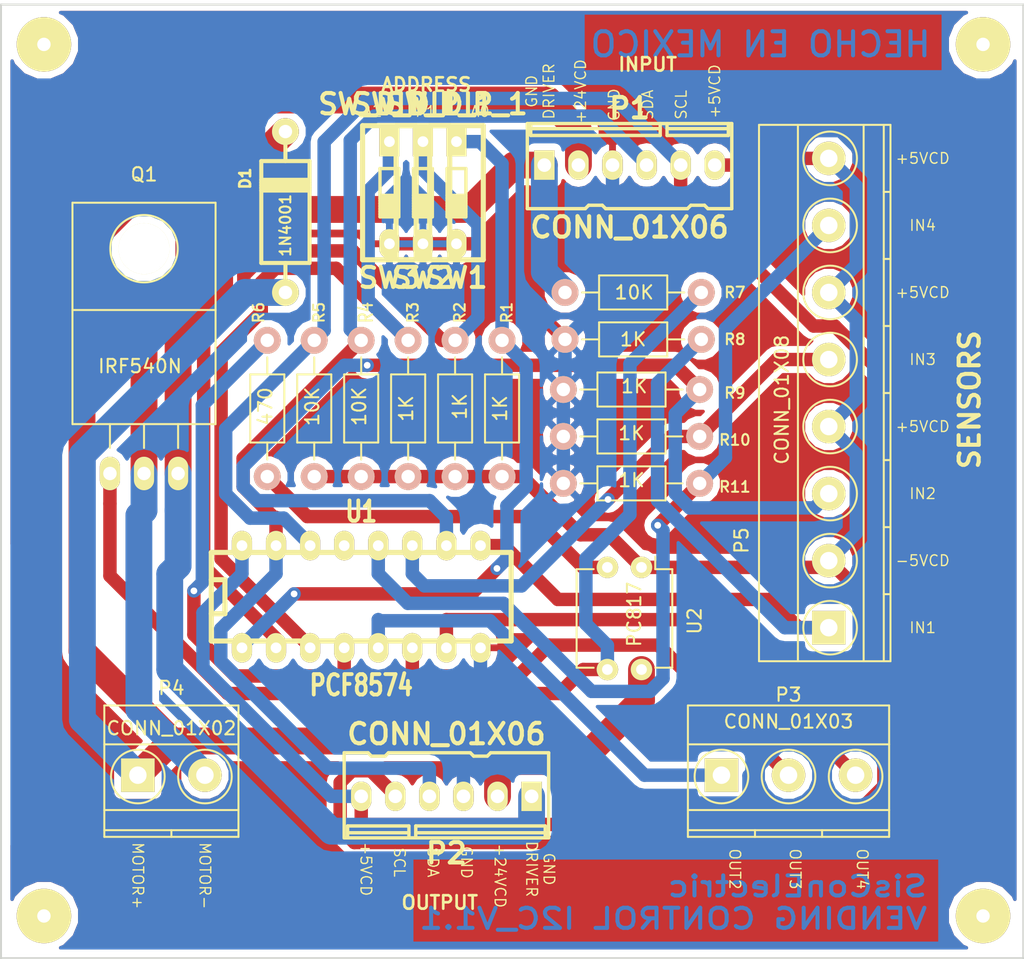
<source format=kicad_pcb>
(kicad_pcb (version 4) (host pcbnew 4.0.4-stable)

  (general
    (links 57)
    (no_connects 0)
    (area 114.224999 48.377 190.575001 121.469)
    (thickness 1.6)
    (drawings 39)
    (tracks 270)
    (zones 0)
    (modules 27)
    (nets 21)
  )

  (page A4)
  (layers
    (0 F.Cu signal)
    (31 B.Cu signal hide)
    (32 B.Adhes user)
    (33 F.Adhes user)
    (34 B.Paste user)
    (35 F.Paste user)
    (36 B.SilkS user)
    (37 F.SilkS user)
    (38 B.Mask user)
    (39 F.Mask user)
    (40 Dwgs.User user)
    (41 Cmts.User user)
    (42 Eco1.User user)
    (43 Eco2.User user)
    (44 Edge.Cuts user)
    (45 Margin user)
    (46 B.CrtYd user)
    (47 F.CrtYd user)
    (48 B.Fab user)
    (49 F.Fab user)
  )

  (setup
    (last_trace_width 1)
    (trace_clearance 0.3)
    (zone_clearance 0.508)
    (zone_45_only no)
    (trace_min 0.2)
    (segment_width 0.2)
    (edge_width 0.15)
    (via_size 0.8)
    (via_drill 0.5)
    (via_min_size 0.4)
    (via_min_drill 0.3)
    (uvia_size 0.4)
    (uvia_drill 0.2)
    (uvias_allowed no)
    (uvia_min_size 0.2)
    (uvia_min_drill 0.1)
    (pcb_text_width 0.3)
    (pcb_text_size 1.5 1.5)
    (mod_edge_width 0.15)
    (mod_text_size 1 1)
    (mod_text_width 0.15)
    (pad_size 1.524 1.524)
    (pad_drill 0.762)
    (pad_to_mask_clearance 0.2)
    (aux_axis_origin 0 0)
    (visible_elements 7FFFFFFF)
    (pcbplotparams
      (layerselection 0x3ffff_80000001)
      (usegerberextensions false)
      (excludeedgelayer true)
      (linewidth 0.100000)
      (plotframeref false)
      (viasonmask false)
      (mode 1)
      (useauxorigin false)
      (hpglpennumber 1)
      (hpglpenspeed 20)
      (hpglpendiameter 15)
      (hpglpenoverlay 2)
      (psnegative false)
      (psa4output false)
      (plotreference true)
      (plotvalue true)
      (plotinvisibletext false)
      (padsonsilk false)
      (subtractmaskfromsilk false)
      (outputformat 1)
      (mirror false)
      (drillshape 0)
      (scaleselection 1)
      (outputdirectory "C:/Users/Eduardo Hernandez/Documents/PCBs/Modulo_I2C/gerber/"))
  )

  (net 0 "")
  (net 1 MOTOR-)
  (net 2 +24VCD)
  (net 3 SDA)
  (net 4 GND)
  (net 5 +5V)
  (net 6 SCL)
  (net 7 GND_DRIVER)
  (net 8 "Net-(Q1-Pad1)")
  (net 9 "Net-(R1-Pad2)")
  (net 10 "Net-(R2-Pad2)")
  (net 11 "Net-(R3-Pad2)")
  (net 12 "Net-(R6-Pad1)")
  (net 13 "Net-(R6-Pad2)")
  (net 14 OUT4)
  (net 15 OUT2)
  (net 16 OUT3)
  (net 17 IN4)
  (net 18 IN3)
  (net 19 IN2)
  (net 20 IN1)

  (net_class Default "Este es el tipo de red por defecto."
    (clearance 0.3)
    (trace_width 1)
    (via_dia 0.8)
    (via_drill 0.5)
    (uvia_dia 0.4)
    (uvia_drill 0.2)
    (add_net +5V)
    (add_net GND)
    (add_net IN1)
    (add_net IN2)
    (add_net IN3)
    (add_net IN4)
    (add_net "Net-(Q1-Pad1)")
    (add_net "Net-(R1-Pad2)")
    (add_net "Net-(R2-Pad2)")
    (add_net "Net-(R3-Pad2)")
    (add_net "Net-(R6-Pad1)")
    (add_net "Net-(R6-Pad2)")
    (add_net OUT2)
    (add_net OUT3)
    (add_net OUT4)
    (add_net SCL)
    (add_net SDA)
  )

  (net_class MOTOR ""
    (clearance 0.3)
    (trace_width 2)
    (via_dia 0.8)
    (via_drill 0.5)
    (uvia_dia 0.4)
    (uvia_drill 0.2)
    (add_net +24VCD)
    (add_net GND_DRIVER)
    (add_net MOTOR-)
  )

  (module w_conn_kk100:kk100_22-23-2061 (layer F.Cu) (tedit 0) (tstamp 57CD9354)
    (at 161.15 61.5762)
    (descr "6 pin vert. connector, Molex KK100 series")
    (path /57BDFD34)
    (fp_text reference P1 (at 0 -4.318) (layer F.SilkS)
      (effects (font (thickness 0.3048)))
    )
    (fp_text value CONN_01X06 (at 0 4.56946) (layer F.SilkS)
      (effects (font (thickness 0.3048)))
    )
    (fp_line (start 2.794 -2.286) (end 7.366 -2.286) (layer F.SilkS) (width 0.254))
    (fp_line (start 2.794 -2.794) (end 7.366 -2.794) (layer F.SilkS) (width 0.254))
    (fp_line (start 2.286 -2.794) (end -7.366 -2.794) (layer F.SilkS) (width 0.254))
    (fp_line (start 2.286 -2.286) (end -7.366 -2.286) (layer F.SilkS) (width 0.254))
    (fp_line (start -7.366 -2.286) (end -7.366 -3.175) (layer F.SilkS) (width 0.254))
    (fp_line (start 7.366 -2.286) (end 7.366 -3.175) (layer F.SilkS) (width 0.254))
    (fp_line (start 2.794 -2.286) (end 2.794 -3.175) (layer F.SilkS) (width 0.254))
    (fp_line (start 2.286 -2.286) (end 2.286 -3.175) (layer F.SilkS) (width 0.254))
    (fp_line (start -7.62 -3.175) (end 7.62 -3.175) (layer F.SilkS) (width 0.254))
    (fp_line (start -1.778 3.175) (end 4.318 3.175) (layer F.SilkS) (width 0.254))
    (fp_line (start -3.302 3.175) (end -7.62 3.175) (layer F.SilkS) (width 0.254))
    (fp_line (start 4.572 2.921) (end 5.588 2.921) (layer F.SilkS) (width 0.254))
    (fp_line (start 4.572 2.921) (end 4.318 3.175) (layer F.SilkS) (width 0.254))
    (fp_line (start 5.588 2.921) (end 5.842 3.175) (layer F.SilkS) (width 0.254))
    (fp_line (start 5.842 3.175) (end 7.62 3.175) (layer F.SilkS) (width 0.254))
    (fp_line (start -2.032 2.921) (end -1.778 3.175) (layer F.SilkS) (width 0.254))
    (fp_line (start -3.048 2.921) (end -3.302 3.175) (layer F.SilkS) (width 0.254))
    (fp_line (start -3.048 2.921) (end -2.032 2.921) (layer F.SilkS) (width 0.254))
    (fp_line (start 7.62 -3.175) (end 7.62 3.175) (layer F.SilkS) (width 0.254))
    (fp_line (start -7.62 3.175) (end -7.62 -3.175) (layer F.SilkS) (width 0.254))
    (pad 4 thru_hole oval (at 1.27 -0.0762) (size 1.524 2.1971) (drill 1.016) (layers *.Cu *.Mask F.SilkS)
      (net 3 SDA))
    (pad 3 thru_hole oval (at -1.27 -0.0762) (size 1.524 2.1971) (drill 1.016) (layers *.Cu *.Mask F.SilkS)
      (net 4 GND))
    (pad 6 thru_hole oval (at 6.35 -0.0762) (size 1.524 2.1971) (drill 1.016) (layers *.Cu *.Mask F.SilkS)
      (net 5 +5V))
    (pad 5 thru_hole oval (at 3.81 -0.0762) (size 1.524 2.1971) (drill 1.016) (layers *.Cu *.Mask F.SilkS)
      (net 6 SCL))
    (pad 1 thru_hole rect (at -6.35 -0.0762) (size 1.524 2.1971) (drill 1.016) (layers *.Cu *.Mask F.SilkS)
      (net 7 GND_DRIVER))
    (pad 2 thru_hole oval (at -3.81 -0.0762) (size 1.524 2.1971) (drill 1.016) (layers *.Cu *.Mask F.SilkS)
      (net 2 +24VCD))
    (model walter/conn_kk100/22-23-2061.wrl
      (at (xyz 0 0 0))
      (scale (xyz 1 1 1))
      (rotate (xyz 0 0 0))
    )
    (model "../../../../../../Users/Eduardo Hernandez/Downloads/Librerias KiCad/walter/conn_kk100/22-23-2061.wrl"
      (at (xyz 0 0 0))
      (scale (xyz 1 1 1))
      (rotate (xyz 0 0 0))
    )
  )

  (module w_conn_kk100:kk100_22-23-2061 (layer F.Cu) (tedit 0) (tstamp 57CD935E)
    (at 147.5 108.5 180)
    (descr "6 pin vert. connector, Molex KK100 series")
    (path /57BE32E9)
    (fp_text reference P2 (at 0 -4.318 180) (layer F.SilkS)
      (effects (font (thickness 0.3048)))
    )
    (fp_text value CONN_01X06 (at 0 4.56946 180) (layer F.SilkS)
      (effects (font (thickness 0.3048)))
    )
    (fp_line (start 2.794 -2.286) (end 7.366 -2.286) (layer F.SilkS) (width 0.254))
    (fp_line (start 2.794 -2.794) (end 7.366 -2.794) (layer F.SilkS) (width 0.254))
    (fp_line (start 2.286 -2.794) (end -7.366 -2.794) (layer F.SilkS) (width 0.254))
    (fp_line (start 2.286 -2.286) (end -7.366 -2.286) (layer F.SilkS) (width 0.254))
    (fp_line (start -7.366 -2.286) (end -7.366 -3.175) (layer F.SilkS) (width 0.254))
    (fp_line (start 7.366 -2.286) (end 7.366 -3.175) (layer F.SilkS) (width 0.254))
    (fp_line (start 2.794 -2.286) (end 2.794 -3.175) (layer F.SilkS) (width 0.254))
    (fp_line (start 2.286 -2.286) (end 2.286 -3.175) (layer F.SilkS) (width 0.254))
    (fp_line (start -7.62 -3.175) (end 7.62 -3.175) (layer F.SilkS) (width 0.254))
    (fp_line (start -1.778 3.175) (end 4.318 3.175) (layer F.SilkS) (width 0.254))
    (fp_line (start -3.302 3.175) (end -7.62 3.175) (layer F.SilkS) (width 0.254))
    (fp_line (start 4.572 2.921) (end 5.588 2.921) (layer F.SilkS) (width 0.254))
    (fp_line (start 4.572 2.921) (end 4.318 3.175) (layer F.SilkS) (width 0.254))
    (fp_line (start 5.588 2.921) (end 5.842 3.175) (layer F.SilkS) (width 0.254))
    (fp_line (start 5.842 3.175) (end 7.62 3.175) (layer F.SilkS) (width 0.254))
    (fp_line (start -2.032 2.921) (end -1.778 3.175) (layer F.SilkS) (width 0.254))
    (fp_line (start -3.048 2.921) (end -3.302 3.175) (layer F.SilkS) (width 0.254))
    (fp_line (start -3.048 2.921) (end -2.032 2.921) (layer F.SilkS) (width 0.254))
    (fp_line (start 7.62 -3.175) (end 7.62 3.175) (layer F.SilkS) (width 0.254))
    (fp_line (start -7.62 3.175) (end -7.62 -3.175) (layer F.SilkS) (width 0.254))
    (pad 4 thru_hole oval (at 1.27 -0.0762 180) (size 1.524 2.1971) (drill 1.016) (layers *.Cu *.Mask F.SilkS)
      (net 3 SDA))
    (pad 3 thru_hole oval (at -1.27 -0.0762 180) (size 1.524 2.1971) (drill 1.016) (layers *.Cu *.Mask F.SilkS)
      (net 4 GND))
    (pad 6 thru_hole oval (at 6.35 -0.0762 180) (size 1.524 2.1971) (drill 1.016) (layers *.Cu *.Mask F.SilkS)
      (net 5 +5V))
    (pad 5 thru_hole oval (at 3.81 -0.0762 180) (size 1.524 2.1971) (drill 1.016) (layers *.Cu *.Mask F.SilkS)
      (net 6 SCL))
    (pad 1 thru_hole rect (at -6.35 -0.0762 180) (size 1.524 2.1971) (drill 1.016) (layers *.Cu *.Mask F.SilkS)
      (net 7 GND_DRIVER))
    (pad 2 thru_hole oval (at -3.81 -0.0762 180) (size 1.524 2.1971) (drill 1.016) (layers *.Cu *.Mask F.SilkS)
      (net 2 +24VCD))
    (model walter/conn_kk100/22-23-2061.wrl
      (at (xyz 0 0 0))
      (scale (xyz 1 1 1))
      (rotate (xyz 0 0 0))
    )
    (model "../../../../../../Users/Eduardo Hernandez/Downloads/Librerias KiCad/walter/conn_kk100/22-23-2061.wrl"
      (at (xyz 0 0 0))
      (scale (xyz 1 1 1))
      (rotate (xyz 0 0 0))
    )
  )

  (module Housings_DIP:DIP-4_W7.62mm (layer F.Cu) (tedit 57CED974) (tstamp 57CD93FB)
    (at 162.04 91.5 270)
    (descr "4-lead dip package, row spacing 7.62 mm (300 mils)")
    (tags "dil dip 2.54 300")
    (path /57BF354D)
    (fp_text reference U2 (at 4 -3.96 270) (layer F.SilkS)
      (effects (font (size 1 1) (thickness 0.15)))
    )
    (fp_text value PC817 (at 3.5 0.54 270) (layer F.SilkS)
      (effects (font (size 1 1) (thickness 0.15)))
    )
    (fp_line (start -1.05 -2.45) (end -1.05 5) (layer F.CrtYd) (width 0.05))
    (fp_line (start 8.65 -2.45) (end 8.65 5) (layer F.CrtYd) (width 0.05))
    (fp_line (start -1.05 -2.45) (end 8.65 -2.45) (layer F.CrtYd) (width 0.05))
    (fp_line (start -1.05 5) (end 8.65 5) (layer F.CrtYd) (width 0.05))
    (fp_line (start 0.135 -2.295) (end 0.135 -1.025) (layer F.SilkS) (width 0.15))
    (fp_line (start 7.485 -2.295) (end 7.485 -1.025) (layer F.SilkS) (width 0.15))
    (fp_line (start 7.485 4.835) (end 7.485 3.565) (layer F.SilkS) (width 0.15))
    (fp_line (start 0.135 4.835) (end 0.135 3.565) (layer F.SilkS) (width 0.15))
    (fp_line (start 0.135 -2.295) (end 7.485 -2.295) (layer F.SilkS) (width 0.15))
    (fp_line (start 0.135 4.835) (end 7.485 4.835) (layer F.SilkS) (width 0.15))
    (fp_line (start 0.135 -1.025) (end -0.8 -1.025) (layer F.SilkS) (width 0.15))
    (pad 1 thru_hole oval (at 0 0 270) (size 1.6 1.6) (drill 0.8) (layers *.Cu *.Mask F.SilkS)
      (net 5 +5V))
    (pad 2 thru_hole oval (at 0 2.54 270) (size 1.6 1.6) (drill 0.8) (layers *.Cu *.Mask F.SilkS)
      (net 12 "Net-(R6-Pad1)"))
    (pad 3 thru_hole oval (at 7.62 2.54 270) (size 1.6 1.6) (drill 0.8) (layers *.Cu *.Mask F.SilkS)
      (net 8 "Net-(Q1-Pad1)"))
    (pad 4 thru_hole oval (at 7.62 0 270) (size 1.6 1.6) (drill 0.8) (layers *.Cu *.Mask F.SilkS)
      (net 2 +24VCD))
    (model Housings_DIP.3dshapes/DIP-4_W7.62mm.wrl
      (at (xyz 0 0 0))
      (scale (xyz 1 1 1))
      (rotate (xyz 0 0 0))
    )
  )

  (module Resistors_ThroughHole:Resistor_Horizontal_RM10mm (layer F.Cu) (tedit 57CED99A) (tstamp 57CD93CD)
    (at 166.376 85.238 180)
    (descr "Resistor, Axial,  RM 10mm, 1/3W")
    (tags "Resistor Axial RM 10mm 1/3W")
    (path /57CE6059)
    (fp_text reference R11 (at -2.624 -0.262 180) (layer F.SilkS)
      (effects (font (size 0.8 0.8) (thickness 0.15)))
    )
    (fp_text value 1K (at 5.08 0.238 180) (layer F.SilkS)
      (effects (font (size 1 1) (thickness 0.15)))
    )
    (fp_line (start -1.25 -1.5) (end 11.4 -1.5) (layer F.CrtYd) (width 0.05))
    (fp_line (start -1.25 1.5) (end -1.25 -1.5) (layer F.CrtYd) (width 0.05))
    (fp_line (start 11.4 -1.5) (end 11.4 1.5) (layer F.CrtYd) (width 0.05))
    (fp_line (start -1.25 1.5) (end 11.4 1.5) (layer F.CrtYd) (width 0.05))
    (fp_line (start 2.54 -1.27) (end 7.62 -1.27) (layer F.SilkS) (width 0.15))
    (fp_line (start 7.62 -1.27) (end 7.62 1.27) (layer F.SilkS) (width 0.15))
    (fp_line (start 7.62 1.27) (end 2.54 1.27) (layer F.SilkS) (width 0.15))
    (fp_line (start 2.54 1.27) (end 2.54 -1.27) (layer F.SilkS) (width 0.15))
    (fp_line (start 2.54 0) (end 1.27 0) (layer F.SilkS) (width 0.15))
    (fp_line (start 7.62 0) (end 8.89 0) (layer F.SilkS) (width 0.15))
    (pad 1 thru_hole circle (at 0 0 180) (size 1.99898 1.99898) (drill 1.00076) (layers *.Cu *.SilkS *.Mask)
      (net 17 IN4))
    (pad 2 thru_hole circle (at 10.16 0 180) (size 1.99898 1.99898) (drill 1.00076) (layers *.Cu *.SilkS *.Mask)
      (net 4 GND))
    (model Resistors_ThroughHole.3dshapes/Resistor_Horizontal_RM10mm.wrl
      (at (xyz 0.2 0 0))
      (scale (xyz 0.4 0.4 0.4))
      (rotate (xyz 0 0 0))
    )
  )

  (module Resistors_ThroughHole:Resistor_Horizontal_RM10mm (layer F.Cu) (tedit 57CED997) (tstamp 57CD93C7)
    (at 166.376 81.7376 180)
    (descr "Resistor, Axial,  RM 10mm, 1/3W")
    (tags "Resistor Axial RM 10mm 1/3W")
    (path /57CE5FD4)
    (fp_text reference R10 (at -2.624 -0.2624 180) (layer F.SilkS)
      (effects (font (size 0.8 0.8) (thickness 0.15)))
    )
    (fp_text value 1K (at 5.08 0.2376 180) (layer F.SilkS)
      (effects (font (size 1 1) (thickness 0.15)))
    )
    (fp_line (start -1.25 -1.5) (end 11.4 -1.5) (layer F.CrtYd) (width 0.05))
    (fp_line (start -1.25 1.5) (end -1.25 -1.5) (layer F.CrtYd) (width 0.05))
    (fp_line (start 11.4 -1.5) (end 11.4 1.5) (layer F.CrtYd) (width 0.05))
    (fp_line (start -1.25 1.5) (end 11.4 1.5) (layer F.CrtYd) (width 0.05))
    (fp_line (start 2.54 -1.27) (end 7.62 -1.27) (layer F.SilkS) (width 0.15))
    (fp_line (start 7.62 -1.27) (end 7.62 1.27) (layer F.SilkS) (width 0.15))
    (fp_line (start 7.62 1.27) (end 2.54 1.27) (layer F.SilkS) (width 0.15))
    (fp_line (start 2.54 1.27) (end 2.54 -1.27) (layer F.SilkS) (width 0.15))
    (fp_line (start 2.54 0) (end 1.27 0) (layer F.SilkS) (width 0.15))
    (fp_line (start 7.62 0) (end 8.89 0) (layer F.SilkS) (width 0.15))
    (pad 1 thru_hole circle (at 0 0 180) (size 1.99898 1.99898) (drill 1.00076) (layers *.Cu *.SilkS *.Mask)
      (net 18 IN3))
    (pad 2 thru_hole circle (at 10.16 0 180) (size 1.99898 1.99898) (drill 1.00076) (layers *.Cu *.SilkS *.Mask)
      (net 4 GND))
    (model Resistors_ThroughHole.3dshapes/Resistor_Horizontal_RM10mm.wrl
      (at (xyz 0.2 0 0))
      (scale (xyz 0.4 0.4 0.4))
      (rotate (xyz 0 0 0))
    )
  )

  (module Resistors_ThroughHole:Resistor_Horizontal_RM10mm (layer F.Cu) (tedit 57CED994) (tstamp 57CD93C1)
    (at 166.376 78.2376 180)
    (descr "Resistor, Axial,  RM 10mm, 1/3W")
    (tags "Resistor Axial RM 10mm 1/3W")
    (path /57CE5F57)
    (fp_text reference R9 (at -2.624 -0.2624 180) (layer F.SilkS)
      (effects (font (size 0.8 0.8) (thickness 0.15)))
    )
    (fp_text value 1K (at 4.876 0.2376 180) (layer F.SilkS)
      (effects (font (size 1 1) (thickness 0.15)))
    )
    (fp_line (start -1.25 -1.5) (end 11.4 -1.5) (layer F.CrtYd) (width 0.05))
    (fp_line (start -1.25 1.5) (end -1.25 -1.5) (layer F.CrtYd) (width 0.05))
    (fp_line (start 11.4 -1.5) (end 11.4 1.5) (layer F.CrtYd) (width 0.05))
    (fp_line (start -1.25 1.5) (end 11.4 1.5) (layer F.CrtYd) (width 0.05))
    (fp_line (start 2.54 -1.27) (end 7.62 -1.27) (layer F.SilkS) (width 0.15))
    (fp_line (start 7.62 -1.27) (end 7.62 1.27) (layer F.SilkS) (width 0.15))
    (fp_line (start 7.62 1.27) (end 2.54 1.27) (layer F.SilkS) (width 0.15))
    (fp_line (start 2.54 1.27) (end 2.54 -1.27) (layer F.SilkS) (width 0.15))
    (fp_line (start 2.54 0) (end 1.27 0) (layer F.SilkS) (width 0.15))
    (fp_line (start 7.62 0) (end 8.89 0) (layer F.SilkS) (width 0.15))
    (pad 1 thru_hole circle (at 0 0 180) (size 1.99898 1.99898) (drill 1.00076) (layers *.Cu *.SilkS *.Mask)
      (net 19 IN2))
    (pad 2 thru_hole circle (at 10.16 0 180) (size 1.99898 1.99898) (drill 1.00076) (layers *.Cu *.SilkS *.Mask)
      (net 4 GND))
    (model Resistors_ThroughHole.3dshapes/Resistor_Horizontal_RM10mm.wrl
      (at (xyz 0.2 0 0))
      (scale (xyz 0.4 0.4 0.4))
      (rotate (xyz 0 0 0))
    )
  )

  (module Resistors_ThroughHole:Resistor_Horizontal_RM10mm (layer F.Cu) (tedit 57CED990) (tstamp 57CD93BB)
    (at 166.5 74.5 180)
    (descr "Resistor, Axial,  RM 10mm, 1/3W")
    (tags "Resistor Axial RM 10mm 1/3W")
    (path /57CE5EE6)
    (fp_text reference R8 (at -2.5 0 180) (layer F.SilkS)
      (effects (font (size 0.8 0.8) (thickness 0.15)))
    )
    (fp_text value 1K (at 5.08 0 180) (layer F.SilkS)
      (effects (font (size 1 1) (thickness 0.15)))
    )
    (fp_line (start -1.25 -1.5) (end 11.4 -1.5) (layer F.CrtYd) (width 0.05))
    (fp_line (start -1.25 1.5) (end -1.25 -1.5) (layer F.CrtYd) (width 0.05))
    (fp_line (start 11.4 -1.5) (end 11.4 1.5) (layer F.CrtYd) (width 0.05))
    (fp_line (start -1.25 1.5) (end 11.4 1.5) (layer F.CrtYd) (width 0.05))
    (fp_line (start 2.54 -1.27) (end 7.62 -1.27) (layer F.SilkS) (width 0.15))
    (fp_line (start 7.62 -1.27) (end 7.62 1.27) (layer F.SilkS) (width 0.15))
    (fp_line (start 7.62 1.27) (end 2.54 1.27) (layer F.SilkS) (width 0.15))
    (fp_line (start 2.54 1.27) (end 2.54 -1.27) (layer F.SilkS) (width 0.15))
    (fp_line (start 2.54 0) (end 1.27 0) (layer F.SilkS) (width 0.15))
    (fp_line (start 7.62 0) (end 8.89 0) (layer F.SilkS) (width 0.15))
    (pad 1 thru_hole circle (at 0 0 180) (size 1.99898 1.99898) (drill 1.00076) (layers *.Cu *.SilkS *.Mask)
      (net 20 IN1))
    (pad 2 thru_hole circle (at 10.16 0 180) (size 1.99898 1.99898) (drill 1.00076) (layers *.Cu *.SilkS *.Mask)
      (net 4 GND))
    (model Resistors_ThroughHole.3dshapes/Resistor_Horizontal_RM10mm.wrl
      (at (xyz 0.2 0 0))
      (scale (xyz 0.4 0.4 0.4))
      (rotate (xyz 0 0 0))
    )
  )

  (module Resistors_ThroughHole:Resistor_Horizontal_RM10mm (layer F.Cu) (tedit 57CED98C) (tstamp 57CD93B5)
    (at 166.5 71 180)
    (descr "Resistor, Axial,  RM 10mm, 1/3W")
    (tags "Resistor Axial RM 10mm 1/3W")
    (path /57BF3553)
    (fp_text reference R7 (at -2.5 0 180) (layer F.SilkS)
      (effects (font (size 0.8 0.8) (thickness 0.15)))
    )
    (fp_text value 10K (at 5 0 180) (layer F.SilkS)
      (effects (font (size 1 1) (thickness 0.15)))
    )
    (fp_line (start -1.25 -1.5) (end 11.4 -1.5) (layer F.CrtYd) (width 0.05))
    (fp_line (start -1.25 1.5) (end -1.25 -1.5) (layer F.CrtYd) (width 0.05))
    (fp_line (start 11.4 -1.5) (end 11.4 1.5) (layer F.CrtYd) (width 0.05))
    (fp_line (start -1.25 1.5) (end 11.4 1.5) (layer F.CrtYd) (width 0.05))
    (fp_line (start 2.54 -1.27) (end 7.62 -1.27) (layer F.SilkS) (width 0.15))
    (fp_line (start 7.62 -1.27) (end 7.62 1.27) (layer F.SilkS) (width 0.15))
    (fp_line (start 7.62 1.27) (end 2.54 1.27) (layer F.SilkS) (width 0.15))
    (fp_line (start 2.54 1.27) (end 2.54 -1.27) (layer F.SilkS) (width 0.15))
    (fp_line (start 2.54 0) (end 1.27 0) (layer F.SilkS) (width 0.15))
    (fp_line (start 7.62 0) (end 8.89 0) (layer F.SilkS) (width 0.15))
    (pad 1 thru_hole circle (at 0 0 180) (size 1.99898 1.99898) (drill 1.00076) (layers *.Cu *.SilkS *.Mask)
      (net 8 "Net-(Q1-Pad1)"))
    (pad 2 thru_hole circle (at 10.16 0 180) (size 1.99898 1.99898) (drill 1.00076) (layers *.Cu *.SilkS *.Mask)
      (net 7 GND_DRIVER))
    (model Resistors_ThroughHole.3dshapes/Resistor_Horizontal_RM10mm.wrl
      (at (xyz 0.2 0 0))
      (scale (xyz 0.4 0.4 0.4))
      (rotate (xyz 0 0 0))
    )
  )

  (module Resistors_ThroughHole:Resistor_Horizontal_RM10mm (layer F.Cu) (tedit 57CED9A0) (tstamp 57CD93AF)
    (at 134.147 84.7305 90)
    (descr "Resistor, Axial,  RM 10mm, 1/3W")
    (tags "Resistor Axial RM 10mm 1/3W")
    (path /57BF354E)
    (fp_text reference R6 (at 12.2305 -0.647 90) (layer F.SilkS)
      (effects (font (size 0.8 0.8) (thickness 0.15)))
    )
    (fp_text value 470 (at 5.2305 -0.147 90) (layer F.SilkS)
      (effects (font (size 1 1) (thickness 0.15)))
    )
    (fp_line (start -1.25 -1.5) (end 11.4 -1.5) (layer F.CrtYd) (width 0.05))
    (fp_line (start -1.25 1.5) (end -1.25 -1.5) (layer F.CrtYd) (width 0.05))
    (fp_line (start 11.4 -1.5) (end 11.4 1.5) (layer F.CrtYd) (width 0.05))
    (fp_line (start -1.25 1.5) (end 11.4 1.5) (layer F.CrtYd) (width 0.05))
    (fp_line (start 2.54 -1.27) (end 7.62 -1.27) (layer F.SilkS) (width 0.15))
    (fp_line (start 7.62 -1.27) (end 7.62 1.27) (layer F.SilkS) (width 0.15))
    (fp_line (start 7.62 1.27) (end 2.54 1.27) (layer F.SilkS) (width 0.15))
    (fp_line (start 2.54 1.27) (end 2.54 -1.27) (layer F.SilkS) (width 0.15))
    (fp_line (start 2.54 0) (end 1.27 0) (layer F.SilkS) (width 0.15))
    (fp_line (start 7.62 0) (end 8.89 0) (layer F.SilkS) (width 0.15))
    (pad 1 thru_hole circle (at 0 0 90) (size 1.99898 1.99898) (drill 1.00076) (layers *.Cu *.SilkS *.Mask)
      (net 12 "Net-(R6-Pad1)"))
    (pad 2 thru_hole circle (at 10.16 0 90) (size 1.99898 1.99898) (drill 1.00076) (layers *.Cu *.SilkS *.Mask)
      (net 13 "Net-(R6-Pad2)"))
    (model Resistors_ThroughHole.3dshapes/Resistor_Horizontal_RM10mm.wrl
      (at (xyz 0.2 0 0))
      (scale (xyz 0.4 0.4 0.4))
      (rotate (xyz 0 0 0))
    )
  )

  (module Resistors_ThroughHole:Resistor_Horizontal_RM10mm (layer F.Cu) (tedit 57CED9A4) (tstamp 57CD93A9)
    (at 137.647 84.7305 90)
    (descr "Resistor, Axial,  RM 10mm, 1/3W")
    (tags "Resistor Axial RM 10mm 1/3W")
    (path /57BDD849)
    (fp_text reference R5 (at 12.2305 0.353 90) (layer F.SilkS)
      (effects (font (size 0.8 0.8) (thickness 0.15)))
    )
    (fp_text value 10K (at 5.2305 -0.147 90) (layer F.SilkS)
      (effects (font (size 1 1) (thickness 0.15)))
    )
    (fp_line (start -1.25 -1.5) (end 11.4 -1.5) (layer F.CrtYd) (width 0.05))
    (fp_line (start -1.25 1.5) (end -1.25 -1.5) (layer F.CrtYd) (width 0.05))
    (fp_line (start 11.4 -1.5) (end 11.4 1.5) (layer F.CrtYd) (width 0.05))
    (fp_line (start -1.25 1.5) (end 11.4 1.5) (layer F.CrtYd) (width 0.05))
    (fp_line (start 2.54 -1.27) (end 7.62 -1.27) (layer F.SilkS) (width 0.15))
    (fp_line (start 7.62 -1.27) (end 7.62 1.27) (layer F.SilkS) (width 0.15))
    (fp_line (start 7.62 1.27) (end 2.54 1.27) (layer F.SilkS) (width 0.15))
    (fp_line (start 2.54 1.27) (end 2.54 -1.27) (layer F.SilkS) (width 0.15))
    (fp_line (start 2.54 0) (end 1.27 0) (layer F.SilkS) (width 0.15))
    (fp_line (start 7.62 0) (end 8.89 0) (layer F.SilkS) (width 0.15))
    (pad 1 thru_hole circle (at 0 0 90) (size 1.99898 1.99898) (drill 1.00076) (layers *.Cu *.SilkS *.Mask)
      (net 5 +5V))
    (pad 2 thru_hole circle (at 10.16 0 90) (size 1.99898 1.99898) (drill 1.00076) (layers *.Cu *.SilkS *.Mask)
      (net 6 SCL))
    (model Resistors_ThroughHole.3dshapes/Resistor_Horizontal_RM10mm.wrl
      (at (xyz 0.2 0 0))
      (scale (xyz 0.4 0.4 0.4))
      (rotate (xyz 0 0 0))
    )
  )

  (module Resistors_ThroughHole:Resistor_Horizontal_RM10mm (layer F.Cu) (tedit 57CED9A8) (tstamp 57CD93A3)
    (at 141.147 84.7305 90)
    (descr "Resistor, Axial,  RM 10mm, 1/3W")
    (tags "Resistor Axial RM 10mm 1/3W")
    (path /57BDD774)
    (fp_text reference R4 (at 12.2305 0.353 90) (layer F.SilkS)
      (effects (font (size 1 0.8) (thickness 0.15)))
    )
    (fp_text value 10K (at 5.2305 -0.147 90) (layer F.SilkS)
      (effects (font (size 1 1) (thickness 0.15)))
    )
    (fp_line (start -1.25 -1.5) (end 11.4 -1.5) (layer F.CrtYd) (width 0.05))
    (fp_line (start -1.25 1.5) (end -1.25 -1.5) (layer F.CrtYd) (width 0.05))
    (fp_line (start 11.4 -1.5) (end 11.4 1.5) (layer F.CrtYd) (width 0.05))
    (fp_line (start -1.25 1.5) (end 11.4 1.5) (layer F.CrtYd) (width 0.05))
    (fp_line (start 2.54 -1.27) (end 7.62 -1.27) (layer F.SilkS) (width 0.15))
    (fp_line (start 7.62 -1.27) (end 7.62 1.27) (layer F.SilkS) (width 0.15))
    (fp_line (start 7.62 1.27) (end 2.54 1.27) (layer F.SilkS) (width 0.15))
    (fp_line (start 2.54 1.27) (end 2.54 -1.27) (layer F.SilkS) (width 0.15))
    (fp_line (start 2.54 0) (end 1.27 0) (layer F.SilkS) (width 0.15))
    (fp_line (start 7.62 0) (end 8.89 0) (layer F.SilkS) (width 0.15))
    (pad 1 thru_hole circle (at 0 0 90) (size 1.99898 1.99898) (drill 1.00076) (layers *.Cu *.SilkS *.Mask)
      (net 5 +5V))
    (pad 2 thru_hole circle (at 10.16 0 90) (size 1.99898 1.99898) (drill 1.00076) (layers *.Cu *.SilkS *.Mask)
      (net 3 SDA))
    (model Resistors_ThroughHole.3dshapes/Resistor_Horizontal_RM10mm.wrl
      (at (xyz 0.2 0 0))
      (scale (xyz 0.4 0.4 0.4))
      (rotate (xyz 0 0 0))
    )
  )

  (module Resistors_ThroughHole:Resistor_Horizontal_RM10mm (layer F.Cu) (tedit 57CED9AC) (tstamp 57CD939D)
    (at 144.647 84.7305 90)
    (descr "Resistor, Axial,  RM 10mm, 1/3W")
    (tags "Resistor Axial RM 10mm 1/3W")
    (path /57BDDBE9)
    (fp_text reference R3 (at 12.2305 0.353 90) (layer F.SilkS)
      (effects (font (size 0.8 0.8) (thickness 0.15)))
    )
    (fp_text value 1K (at 5.08 -0.147 90) (layer F.SilkS)
      (effects (font (size 1 1) (thickness 0.15)))
    )
    (fp_line (start -1.25 -1.5) (end 11.4 -1.5) (layer F.CrtYd) (width 0.05))
    (fp_line (start -1.25 1.5) (end -1.25 -1.5) (layer F.CrtYd) (width 0.05))
    (fp_line (start 11.4 -1.5) (end 11.4 1.5) (layer F.CrtYd) (width 0.05))
    (fp_line (start -1.25 1.5) (end 11.4 1.5) (layer F.CrtYd) (width 0.05))
    (fp_line (start 2.54 -1.27) (end 7.62 -1.27) (layer F.SilkS) (width 0.15))
    (fp_line (start 7.62 -1.27) (end 7.62 1.27) (layer F.SilkS) (width 0.15))
    (fp_line (start 7.62 1.27) (end 2.54 1.27) (layer F.SilkS) (width 0.15))
    (fp_line (start 2.54 1.27) (end 2.54 -1.27) (layer F.SilkS) (width 0.15))
    (fp_line (start 2.54 0) (end 1.27 0) (layer F.SilkS) (width 0.15))
    (fp_line (start 7.62 0) (end 8.89 0) (layer F.SilkS) (width 0.15))
    (pad 1 thru_hole circle (at 0 0 90) (size 1.99898 1.99898) (drill 1.00076) (layers *.Cu *.SilkS *.Mask)
      (net 5 +5V))
    (pad 2 thru_hole circle (at 10.16 0 90) (size 1.99898 1.99898) (drill 1.00076) (layers *.Cu *.SilkS *.Mask)
      (net 11 "Net-(R3-Pad2)"))
    (model Resistors_ThroughHole.3dshapes/Resistor_Horizontal_RM10mm.wrl
      (at (xyz 0.2 0 0))
      (scale (xyz 0.4 0.4 0.4))
      (rotate (xyz 0 0 0))
    )
  )

  (module Resistors_ThroughHole:Resistor_Horizontal_RM10mm (layer F.Cu) (tedit 57CED9AF) (tstamp 57CD9397)
    (at 148.147 84.7305 90)
    (descr "Resistor, Axial,  RM 10mm, 1/3W")
    (tags "Resistor Axial RM 10mm 1/3W")
    (path /57BDDB7C)
    (fp_text reference R2 (at 12.2305 0.353 90) (layer F.SilkS)
      (effects (font (size 0.8 0.8) (thickness 0.15)))
    )
    (fp_text value 1K (at 5.2305 0.353 90) (layer F.SilkS)
      (effects (font (size 1 1) (thickness 0.15)))
    )
    (fp_line (start -1.25 -1.5) (end 11.4 -1.5) (layer F.CrtYd) (width 0.05))
    (fp_line (start -1.25 1.5) (end -1.25 -1.5) (layer F.CrtYd) (width 0.05))
    (fp_line (start 11.4 -1.5) (end 11.4 1.5) (layer F.CrtYd) (width 0.05))
    (fp_line (start -1.25 1.5) (end 11.4 1.5) (layer F.CrtYd) (width 0.05))
    (fp_line (start 2.54 -1.27) (end 7.62 -1.27) (layer F.SilkS) (width 0.15))
    (fp_line (start 7.62 -1.27) (end 7.62 1.27) (layer F.SilkS) (width 0.15))
    (fp_line (start 7.62 1.27) (end 2.54 1.27) (layer F.SilkS) (width 0.15))
    (fp_line (start 2.54 1.27) (end 2.54 -1.27) (layer F.SilkS) (width 0.15))
    (fp_line (start 2.54 0) (end 1.27 0) (layer F.SilkS) (width 0.15))
    (fp_line (start 7.62 0) (end 8.89 0) (layer F.SilkS) (width 0.15))
    (pad 1 thru_hole circle (at 0 0 90) (size 1.99898 1.99898) (drill 1.00076) (layers *.Cu *.SilkS *.Mask)
      (net 5 +5V))
    (pad 2 thru_hole circle (at 10.16 0 90) (size 1.99898 1.99898) (drill 1.00076) (layers *.Cu *.SilkS *.Mask)
      (net 10 "Net-(R2-Pad2)"))
    (model Resistors_ThroughHole.3dshapes/Resistor_Horizontal_RM10mm.wrl
      (at (xyz 0.2 0 0))
      (scale (xyz 0.4 0.4 0.4))
      (rotate (xyz 0 0 0))
    )
  )

  (module Resistors_ThroughHole:Resistor_Horizontal_RM10mm (layer F.Cu) (tedit 57CED9B9) (tstamp 57CD9391)
    (at 151.647 84.7305 90)
    (descr "Resistor, Axial,  RM 10mm, 1/3W")
    (tags "Resistor Axial RM 10mm 1/3W")
    (path /57BDDB51)
    (fp_text reference R1 (at 12.2305 0.353 90) (layer F.SilkS)
      (effects (font (size 0.8 0.8) (thickness 0.15)))
    )
    (fp_text value 1K (at 5.08 -0.147 90) (layer F.SilkS)
      (effects (font (size 1 1) (thickness 0.15)))
    )
    (fp_line (start -1.25 -1.5) (end 11.4 -1.5) (layer F.CrtYd) (width 0.05))
    (fp_line (start -1.25 1.5) (end -1.25 -1.5) (layer F.CrtYd) (width 0.05))
    (fp_line (start 11.4 -1.5) (end 11.4 1.5) (layer F.CrtYd) (width 0.05))
    (fp_line (start -1.25 1.5) (end 11.4 1.5) (layer F.CrtYd) (width 0.05))
    (fp_line (start 2.54 -1.27) (end 7.62 -1.27) (layer F.SilkS) (width 0.15))
    (fp_line (start 7.62 -1.27) (end 7.62 1.27) (layer F.SilkS) (width 0.15))
    (fp_line (start 7.62 1.27) (end 2.54 1.27) (layer F.SilkS) (width 0.15))
    (fp_line (start 2.54 1.27) (end 2.54 -1.27) (layer F.SilkS) (width 0.15))
    (fp_line (start 2.54 0) (end 1.27 0) (layer F.SilkS) (width 0.15))
    (fp_line (start 7.62 0) (end 8.89 0) (layer F.SilkS) (width 0.15))
    (pad 1 thru_hole circle (at 0 0 90) (size 1.99898 1.99898) (drill 1.00076) (layers *.Cu *.SilkS *.Mask)
      (net 5 +5V))
    (pad 2 thru_hole circle (at 10.16 0 90) (size 1.99898 1.99898) (drill 1.00076) (layers *.Cu *.SilkS *.Mask)
      (net 9 "Net-(R1-Pad2)"))
    (model Resistors_ThroughHole.3dshapes/Resistor_Horizontal_RM10mm.wrl
      (at (xyz 0.2 0 0))
      (scale (xyz 0.4 0.4 0.4))
      (rotate (xyz 0 0 0))
    )
  )

  (module TO_SOT_Packages_THT:TO-220_Neutral123_Horizontal (layer F.Cu) (tedit 57CED968) (tstamp 57CD938B)
    (at 124.96 84.5)
    (descr "TO-220, Neutral, Horizontal,")
    (tags "TO-220, Neutral, Horizontal,")
    (path /57BF3550)
    (fp_text reference Q1 (at 0 -22.3012) (layer F.SilkS)
      (effects (font (size 1 1) (thickness 0.15)))
    )
    (fp_text value IRF540N (at -0.29972 -8) (layer F.SilkS)
      (effects (font (size 1 1) (thickness 0.15)))
    )
    (fp_circle (center 0 -16.764) (end 1.778 -14.986) (layer F.SilkS) (width 0.15))
    (fp_line (start -2.54 -3.683) (end -2.54 -1.905) (layer F.SilkS) (width 0.15))
    (fp_line (start 0 -3.683) (end 0 -1.905) (layer F.SilkS) (width 0.15))
    (fp_line (start 2.54 -3.683) (end 2.54 -1.905) (layer F.SilkS) (width 0.15))
    (fp_line (start 5.334 -12.192) (end 5.334 -20.193) (layer F.SilkS) (width 0.15))
    (fp_line (start 5.334 -20.193) (end -5.334 -20.193) (layer F.SilkS) (width 0.15))
    (fp_line (start -5.334 -20.193) (end -5.334 -12.192) (layer F.SilkS) (width 0.15))
    (fp_line (start 5.334 -3.683) (end 5.334 -12.192) (layer F.SilkS) (width 0.15))
    (fp_line (start 5.334 -12.192) (end -5.334 -12.192) (layer F.SilkS) (width 0.15))
    (fp_line (start -5.334 -12.192) (end -5.334 -3.683) (layer F.SilkS) (width 0.15))
    (fp_line (start 0 -3.683) (end -5.334 -3.683) (layer F.SilkS) (width 0.15))
    (fp_line (start 0 -3.683) (end 5.334 -3.683) (layer F.SilkS) (width 0.15))
    (pad 2 thru_hole oval (at 0 0 90) (size 2.49936 1.50114) (drill 1.00076) (layers *.Cu *.Mask F.SilkS)
      (net 1 MOTOR-))
    (pad 1 thru_hole oval (at -2.54 0 90) (size 2.49936 1.50114) (drill 1.00076) (layers *.Cu *.Mask F.SilkS)
      (net 8 "Net-(Q1-Pad1)"))
    (pad 3 thru_hole oval (at 2.54 0 90) (size 2.49936 1.50114) (drill 1.00076) (layers *.Cu *.Mask F.SilkS)
      (net 7 GND_DRIVER))
    (pad "" np_thru_hole circle (at 0 -16.764 90) (size 3.79984 3.79984) (drill 3.79984) (layers *.Cu *.Mask F.SilkS))
    (model TO_SOT_Packages_THT.3dshapes/TO-220_Neutral123_Horizontal.wrl
      (at (xyz 0 0 0))
      (scale (xyz 0.3937 0.3937 0.3937))
      (rotate (xyz 0 0 0))
    )
  )

  (module Terminal_Blocks:TerminalBlock_Pheonix_MKDS1.5-8pol (layer F.Cu) (tedit 57CED987) (tstamp 57CD9377)
    (at 176 96 90)
    (descr "8-way 5mm pitch terminal block, Phoenix MKDS series")
    (path /57CE3721)
    (fp_text reference P5 (at 6.5 -6.5 90) (layer F.SilkS)
      (effects (font (size 1 1) (thickness 0.15)))
    )
    (fp_text value CONN_01X08 (at 17 -3.5 90) (layer F.SilkS)
      (effects (font (size 1 1) (thickness 0.15)))
    )
    (fp_line (start -2.7 4.8) (end -2.7 -5.4) (layer F.CrtYd) (width 0.05))
    (fp_line (start 37.7 4.8) (end -2.7 4.8) (layer F.CrtYd) (width 0.05))
    (fp_line (start 37.7 -5.4) (end 37.7 4.8) (layer F.CrtYd) (width 0.05))
    (fp_line (start -2.7 -5.4) (end 37.7 -5.4) (layer F.CrtYd) (width 0.05))
    (fp_circle (center 35 0.1) (end 33 0.1) (layer F.SilkS) (width 0.15))
    (fp_line (start 32.5 4.1) (end 32.5 4.6) (layer F.SilkS) (width 0.15))
    (fp_line (start 27.5 4.1) (end 27.5 4.6) (layer F.SilkS) (width 0.15))
    (fp_circle (center 30 0.1) (end 28 0.1) (layer F.SilkS) (width 0.15))
    (fp_circle (center 25 0.1) (end 23 0.1) (layer F.SilkS) (width 0.15))
    (fp_line (start 22.5 4.1) (end 22.5 4.6) (layer F.SilkS) (width 0.15))
    (fp_line (start 17.5 4.1) (end 17.5 4.6) (layer F.SilkS) (width 0.15))
    (fp_circle (center 20 0.1) (end 18 0.1) (layer F.SilkS) (width 0.15))
    (fp_line (start 12.5 4.1) (end 12.5 4.6) (layer F.SilkS) (width 0.15))
    (fp_circle (center 15 0.1) (end 13 0.1) (layer F.SilkS) (width 0.15))
    (fp_circle (center 10 0.1) (end 8 0.1) (layer F.SilkS) (width 0.15))
    (fp_line (start 7.5 4.1) (end 7.5 4.6) (layer F.SilkS) (width 0.15))
    (fp_line (start 2.5 4.1) (end 2.5 4.6) (layer F.SilkS) (width 0.15))
    (fp_circle (center 5 0.1) (end 3 0.1) (layer F.SilkS) (width 0.15))
    (fp_circle (center 0 0.1) (end 2 0.1) (layer F.SilkS) (width 0.15))
    (fp_line (start -2.5 2.6) (end 37.5 2.6) (layer F.SilkS) (width 0.15))
    (fp_line (start -2.5 -2.3) (end 37.5 -2.3) (layer F.SilkS) (width 0.15))
    (fp_line (start -2.5 4.1) (end 37.5 4.1) (layer F.SilkS) (width 0.15))
    (fp_line (start -2.5 4.6) (end 37.5 4.6) (layer F.SilkS) (width 0.15))
    (fp_line (start 37.5 4.6) (end 37.5 -5.2) (layer F.SilkS) (width 0.15))
    (fp_line (start 37.5 -5.2) (end -2.5 -5.2) (layer F.SilkS) (width 0.15))
    (fp_line (start -2.5 -5.2) (end -2.5 4.6) (layer F.SilkS) (width 0.15))
    (pad 8 thru_hole circle (at 35 0 90) (size 2.5 2.5) (drill 1.3) (layers *.Cu *.Mask F.SilkS)
      (net 5 +5V))
    (pad 7 thru_hole circle (at 30 0 90) (size 2.5 2.5) (drill 1.3) (layers *.Cu *.Mask F.SilkS)
      (net 17 IN4))
    (pad 6 thru_hole circle (at 25 0 90) (size 2.5 2.5) (drill 1.3) (layers *.Cu *.Mask F.SilkS)
      (net 5 +5V))
    (pad 5 thru_hole circle (at 20 0 90) (size 2.5 2.5) (drill 1.3) (layers *.Cu *.Mask F.SilkS)
      (net 18 IN3))
    (pad 4 thru_hole circle (at 15 0 90) (size 2.5 2.5) (drill 1.3) (layers *.Cu *.Mask F.SilkS)
      (net 5 +5V))
    (pad 3 thru_hole circle (at 10 0 90) (size 2.5 2.5) (drill 1.3) (layers *.Cu *.Mask F.SilkS)
      (net 19 IN2))
    (pad 1 thru_hole rect (at 0 0 90) (size 2.5 2.5) (drill 1.3) (layers *.Cu *.Mask F.SilkS)
      (net 20 IN1))
    (pad 2 thru_hole circle (at 5 0 90) (size 2.5 2.5) (drill 1.3) (layers *.Cu *.Mask F.SilkS)
      (net 5 +5V))
    (model Terminal_Blocks.3dshapes/TerminalBlock_Pheonix_MKDS1.5-8pol.wrl
      (at (xyz 0.68897 0 0))
      (scale (xyz 1 1 1))
      (rotate (xyz 0 0 0))
    )
  )

  (module Terminal_Blocks:TerminalBlock_Pheonix_MKDS1.5-2pol (layer F.Cu) (tedit 57CED982) (tstamp 57CD936B)
    (at 124.5 107)
    (descr "2-way 5mm pitch terminal block, Phoenix MKDS series")
    (path /57BFC280)
    (fp_text reference P4 (at 2.5 -6.5) (layer F.SilkS)
      (effects (font (size 1 1) (thickness 0.15)))
    )
    (fp_text value CONN_01X02 (at 2.5 -3.5) (layer F.SilkS)
      (effects (font (size 1 1) (thickness 0.15)))
    )
    (fp_line (start -2.7 -5.4) (end 7.7 -5.4) (layer F.CrtYd) (width 0.05))
    (fp_line (start -2.7 4.8) (end -2.7 -5.4) (layer F.CrtYd) (width 0.05))
    (fp_line (start 7.7 4.8) (end -2.7 4.8) (layer F.CrtYd) (width 0.05))
    (fp_line (start 7.7 -5.4) (end 7.7 4.8) (layer F.CrtYd) (width 0.05))
    (fp_line (start 2.5 4.1) (end 2.5 4.6) (layer F.SilkS) (width 0.15))
    (fp_circle (center 5 0.1) (end 3 0.1) (layer F.SilkS) (width 0.15))
    (fp_circle (center 0 0.1) (end 2 0.1) (layer F.SilkS) (width 0.15))
    (fp_line (start -2.5 2.6) (end 7.5 2.6) (layer F.SilkS) (width 0.15))
    (fp_line (start -2.5 -2.3) (end 7.5 -2.3) (layer F.SilkS) (width 0.15))
    (fp_line (start -2.5 4.1) (end 7.5 4.1) (layer F.SilkS) (width 0.15))
    (fp_line (start -2.5 4.6) (end 7.5 4.6) (layer F.SilkS) (width 0.15))
    (fp_line (start 7.5 4.6) (end 7.5 -5.2) (layer F.SilkS) (width 0.15))
    (fp_line (start 7.5 -5.2) (end -2.5 -5.2) (layer F.SilkS) (width 0.15))
    (fp_line (start -2.5 -5.2) (end -2.5 4.6) (layer F.SilkS) (width 0.15))
    (pad 1 thru_hole rect (at 0 0) (size 2.5 2.5) (drill 1.3) (layers *.Cu *.Mask F.SilkS)
      (net 2 +24VCD))
    (pad 2 thru_hole circle (at 5 0) (size 2.5 2.5) (drill 1.3) (layers *.Cu *.Mask F.SilkS)
      (net 1 MOTOR-))
    (model Terminal_Blocks.3dshapes/TerminalBlock_Pheonix_MKDS1.5-2pol.wrl
      (at (xyz 0.0984 0 0))
      (scale (xyz 1 1 1))
      (rotate (xyz 0 0 0))
    )
  )

  (module Terminal_Blocks:TerminalBlock_Pheonix_MKDS1.5-3pol (layer F.Cu) (tedit 57CED97D) (tstamp 57CD9365)
    (at 168 107)
    (descr "3-way 5mm pitch terminal block, Phoenix MKDS series")
    (path /57CE4B22)
    (fp_text reference P3 (at 5 -6) (layer F.SilkS)
      (effects (font (size 1 1) (thickness 0.15)))
    )
    (fp_text value CONN_01X03 (at 5 -4) (layer F.SilkS)
      (effects (font (size 1 1) (thickness 0.15)))
    )
    (fp_line (start -2.7 4.8) (end -2.7 -5.4) (layer F.CrtYd) (width 0.05))
    (fp_line (start 12.7 4.8) (end -2.7 4.8) (layer F.CrtYd) (width 0.05))
    (fp_line (start 12.7 -5.4) (end 12.7 4.8) (layer F.CrtYd) (width 0.05))
    (fp_line (start -2.7 -5.4) (end 12.7 -5.4) (layer F.CrtYd) (width 0.05))
    (fp_circle (center 10 0.1) (end 8 0.1) (layer F.SilkS) (width 0.15))
    (fp_line (start 7.5 4.1) (end 7.5 4.6) (layer F.SilkS) (width 0.15))
    (fp_line (start 2.5 4.1) (end 2.5 4.6) (layer F.SilkS) (width 0.15))
    (fp_circle (center 5 0.1) (end 3 0.1) (layer F.SilkS) (width 0.15))
    (fp_circle (center 0 0.1) (end 2 0.1) (layer F.SilkS) (width 0.15))
    (fp_line (start -2.5 2.6) (end 12.5 2.6) (layer F.SilkS) (width 0.15))
    (fp_line (start -2.5 -2.3) (end 12.5 -2.3) (layer F.SilkS) (width 0.15))
    (fp_line (start -2.5 4.1) (end 12.5 4.1) (layer F.SilkS) (width 0.15))
    (fp_line (start -2.5 4.6) (end 12.5 4.6) (layer F.SilkS) (width 0.15))
    (fp_line (start 12.5 4.6) (end 12.5 -5.2) (layer F.SilkS) (width 0.15))
    (fp_line (start 12.5 -5.2) (end -2.5 -5.2) (layer F.SilkS) (width 0.15))
    (fp_line (start -2.5 -5.2) (end -2.5 4.6) (layer F.SilkS) (width 0.15))
    (pad 3 thru_hole circle (at 10 0) (size 2.5 2.5) (drill 1.3) (layers *.Cu *.Mask F.SilkS)
      (net 14 OUT4))
    (pad 1 thru_hole rect (at 0 0) (size 2.5 2.5) (drill 1.3) (layers *.Cu *.Mask F.SilkS)
      (net 15 OUT2))
    (pad 2 thru_hole circle (at 5 0) (size 2.5 2.5) (drill 1.3) (layers *.Cu *.Mask F.SilkS)
      (net 16 OUT3))
    (model Terminal_Blocks.3dshapes/TerminalBlock_Pheonix_MKDS1.5-3pol.wrl
      (at (xyz 0.1968 0 0))
      (scale (xyz 1 1 1))
      (rotate (xyz 0 0 0))
    )
  )

  (module Pin_Headers:hole (layer F.Cu) (tedit 576C52E9) (tstamp 57E1520A)
    (at 117.5 117.5)
    (descr "module 1 pin (ou trou mecanique de percage)")
    (tags DEV)
    (fp_text reference "" (at 0 -3.048) (layer F.SilkS)
      (effects (font (size 1 1) (thickness 0.15)))
    )
    (fp_text value "" (at 0 2.794) (layer F.Fab)
      (effects (font (size 1 1) (thickness 0.15)))
    )
    (pad 1 thru_hole circle (at 0 0) (size 4.064 4.064) (drill 1) (layers *.Cu *.Mask F.SilkS))
  )

  (module Pin_Headers:hole (layer F.Cu) (tedit 576C52E9) (tstamp 57E15267)
    (at 187.5 117.5)
    (descr "module 1 pin (ou trou mecanique de percage)")
    (tags DEV)
    (fp_text reference "" (at 0 -3.048) (layer F.SilkS)
      (effects (font (size 1 1) (thickness 0.15)))
    )
    (fp_text value "" (at 0 2.794) (layer F.Fab)
      (effects (font (size 1 1) (thickness 0.15)))
    )
    (pad 1 thru_hole circle (at 0 0) (size 4.064 4.064) (drill 1) (layers *.Cu *.Mask F.SilkS))
  )

  (module Pin_Headers:hole (layer F.Cu) (tedit 576C52E9) (tstamp 57E1527C)
    (at 187.5 52.5)
    (descr "module 1 pin (ou trou mecanique de percage)")
    (tags DEV)
    (fp_text reference "" (at 0 -3.048) (layer F.SilkS)
      (effects (font (size 1 1) (thickness 0.15)))
    )
    (fp_text value "" (at 0 2.794) (layer F.Fab)
      (effects (font (size 1 1) (thickness 0.15)))
    )
    (pad 1 thru_hole circle (at 0 0) (size 4.064 4.064) (drill 1) (layers *.Cu *.Mask F.SilkS))
  )

  (module Pin_Headers:hole (layer F.Cu) (tedit 576C52E9) (tstamp 57E15290)
    (at 117.5 52.5)
    (descr "module 1 pin (ou trou mecanique de percage)")
    (tags DEV)
    (fp_text reference "" (at 0 -3.048) (layer F.SilkS)
      (effects (font (size 1 1) (thickness 0.15)))
    )
    (fp_text value "" (at 0 2.794) (layer F.Fab)
      (effects (font (size 1 1) (thickness 0.15)))
    )
    (pad 1 thru_hole circle (at 0 0) (size 4.064 4.064) (drill 1) (layers *.Cu *.Mask F.SilkS))
  )

  (module w_switch:dip_1-300 (layer F.Cu) (tedit 0) (tstamp 57CD93D3)
    (at 148.25 63.56 180)
    (descr "Dip switch, DIL2 x 0,3\"")
    (tags DIP)
    (path /57BF09B3)
    (fp_text reference SW1 (at 0 -6.35 180) (layer F.SilkS)
      (effects (font (size 1.4986 1.4986) (thickness 0.29972)))
    )
    (fp_text value SW_DIP_1 (at 0 6.604 180) (layer F.SilkS)
      (effects (font (size 1.524 1.4986) (thickness 0.29972)))
    )
    (fp_line (start -0.70104 -1.00076) (end 0.70104 -1.00076) (layer F.SilkS) (width 0.254))
    (fp_line (start -0.70104 -1.20142) (end 0.70104 -1.20142) (layer F.SilkS) (width 0.254))
    (fp_line (start -0.70104 -1.6002) (end 0.70104 -1.6002) (layer F.SilkS) (width 0.254))
    (fp_line (start -0.70104 -1.39954) (end 0.70104 -1.39954) (layer F.SilkS) (width 0.254))
    (fp_line (start -0.70104 -0.59944) (end 0.70104 -0.59944) (layer F.SilkS) (width 0.254))
    (fp_line (start -0.70104 -0.8001) (end 0.70104 -0.8001) (layer F.SilkS) (width 0.254))
    (fp_line (start -0.70104 -0.40132) (end 0.70104 -0.40132) (layer F.SilkS) (width 0.254))
    (fp_line (start -0.70104 -0.20066) (end 0.70104 -0.20066) (layer F.SilkS) (width 0.254))
    (fp_line (start -0.70104 -1.80086) (end -0.70104 1.80086) (layer F.SilkS) (width 0.254))
    (fp_line (start -0.70104 1.80086) (end 0.70104 1.80086) (layer F.SilkS) (width 0.254))
    (fp_line (start 0.70104 1.80086) (end 0.70104 -1.80086) (layer F.SilkS) (width 0.254))
    (fp_line (start 0.70104 -1.80086) (end -0.70104 -1.80086) (layer F.SilkS) (width 0.254))
    (fp_line (start -1.99898 -5.00126) (end 1.99898 -5.00126) (layer F.SilkS) (width 0.381))
    (fp_line (start 1.99898 -5.00126) (end 1.99898 5.00126) (layer F.SilkS) (width 0.381))
    (fp_line (start 1.99898 5.00126) (end -1.99898 5.00126) (layer F.SilkS) (width 0.381))
    (fp_line (start -1.99898 5.00126) (end -1.99898 -5.00126) (layer F.SilkS) (width 0.381))
    (pad 1 thru_hole rect (at 0 3.81 180) (size 1.4986 2.1971) (drill 0.8001) (layers *.Cu *.Mask F.SilkS)
      (net 9 "Net-(R1-Pad2)"))
    (pad 2 thru_hole oval (at 0 -3.81 180) (size 1.4986 2.1971) (drill 0.8001) (layers *.Cu *.Mask F.SilkS)
      (net 4 GND))
    (model "../../../../../../Users/Eduardo Hernandez/Downloads/Librerias KiCad/walter/switch/dip_1-300.wrl"
      (at (xyz 0 0 0))
      (scale (xyz 1 1 1))
      (rotate (xyz 0 0 0))
    )
  )

  (module w_switch:dip_1-300 (layer F.Cu) (tedit 0) (tstamp 57CD93D9)
    (at 145.75 63.56 180)
    (descr "Dip switch, DIL2 x 0,3\"")
    (tags DIP)
    (path /57BF0A0E)
    (fp_text reference SW2 (at 0 -6.35 180) (layer F.SilkS)
      (effects (font (size 1.4986 1.4986) (thickness 0.29972)))
    )
    (fp_text value SW_DIP_1 (at 0 6.604 180) (layer F.SilkS)
      (effects (font (size 1.524 1.4986) (thickness 0.29972)))
    )
    (fp_line (start -0.70104 -1.00076) (end 0.70104 -1.00076) (layer F.SilkS) (width 0.254))
    (fp_line (start -0.70104 -1.20142) (end 0.70104 -1.20142) (layer F.SilkS) (width 0.254))
    (fp_line (start -0.70104 -1.6002) (end 0.70104 -1.6002) (layer F.SilkS) (width 0.254))
    (fp_line (start -0.70104 -1.39954) (end 0.70104 -1.39954) (layer F.SilkS) (width 0.254))
    (fp_line (start -0.70104 -0.59944) (end 0.70104 -0.59944) (layer F.SilkS) (width 0.254))
    (fp_line (start -0.70104 -0.8001) (end 0.70104 -0.8001) (layer F.SilkS) (width 0.254))
    (fp_line (start -0.70104 -0.40132) (end 0.70104 -0.40132) (layer F.SilkS) (width 0.254))
    (fp_line (start -0.70104 -0.20066) (end 0.70104 -0.20066) (layer F.SilkS) (width 0.254))
    (fp_line (start -0.70104 -1.80086) (end -0.70104 1.80086) (layer F.SilkS) (width 0.254))
    (fp_line (start -0.70104 1.80086) (end 0.70104 1.80086) (layer F.SilkS) (width 0.254))
    (fp_line (start 0.70104 1.80086) (end 0.70104 -1.80086) (layer F.SilkS) (width 0.254))
    (fp_line (start 0.70104 -1.80086) (end -0.70104 -1.80086) (layer F.SilkS) (width 0.254))
    (fp_line (start -1.99898 -5.00126) (end 1.99898 -5.00126) (layer F.SilkS) (width 0.381))
    (fp_line (start 1.99898 -5.00126) (end 1.99898 5.00126) (layer F.SilkS) (width 0.381))
    (fp_line (start 1.99898 5.00126) (end -1.99898 5.00126) (layer F.SilkS) (width 0.381))
    (fp_line (start -1.99898 5.00126) (end -1.99898 -5.00126) (layer F.SilkS) (width 0.381))
    (pad 1 thru_hole rect (at 0 3.81 180) (size 1.4986 2.1971) (drill 0.8001) (layers *.Cu *.Mask F.SilkS)
      (net 10 "Net-(R2-Pad2)"))
    (pad 2 thru_hole oval (at 0 -3.81 180) (size 1.4986 2.1971) (drill 0.8001) (layers *.Cu *.Mask F.SilkS)
      (net 4 GND))
    (model "../../../../../../Users/Eduardo Hernandez/Downloads/Librerias KiCad/walter/switch/dip_1-300.wrl"
      (at (xyz 0 0 0))
      (scale (xyz 1 1 1))
      (rotate (xyz 0 0 0))
    )
  )

  (module w_switch:dip_1-300 (layer F.Cu) (tedit 0) (tstamp 57CD93DF)
    (at 143.25 63.56 180)
    (descr "Dip switch, DIL2 x 0,3\"")
    (tags DIP)
    (path /57BF0A63)
    (fp_text reference SW3 (at 0 -6.35 180) (layer F.SilkS)
      (effects (font (size 1.4986 1.4986) (thickness 0.29972)))
    )
    (fp_text value SW_DIP_1 (at 0 6.604 180) (layer F.SilkS)
      (effects (font (size 1.524 1.4986) (thickness 0.29972)))
    )
    (fp_line (start -0.70104 -1.00076) (end 0.70104 -1.00076) (layer F.SilkS) (width 0.254))
    (fp_line (start -0.70104 -1.20142) (end 0.70104 -1.20142) (layer F.SilkS) (width 0.254))
    (fp_line (start -0.70104 -1.6002) (end 0.70104 -1.6002) (layer F.SilkS) (width 0.254))
    (fp_line (start -0.70104 -1.39954) (end 0.70104 -1.39954) (layer F.SilkS) (width 0.254))
    (fp_line (start -0.70104 -0.59944) (end 0.70104 -0.59944) (layer F.SilkS) (width 0.254))
    (fp_line (start -0.70104 -0.8001) (end 0.70104 -0.8001) (layer F.SilkS) (width 0.254))
    (fp_line (start -0.70104 -0.40132) (end 0.70104 -0.40132) (layer F.SilkS) (width 0.254))
    (fp_line (start -0.70104 -0.20066) (end 0.70104 -0.20066) (layer F.SilkS) (width 0.254))
    (fp_line (start -0.70104 -1.80086) (end -0.70104 1.80086) (layer F.SilkS) (width 0.254))
    (fp_line (start -0.70104 1.80086) (end 0.70104 1.80086) (layer F.SilkS) (width 0.254))
    (fp_line (start 0.70104 1.80086) (end 0.70104 -1.80086) (layer F.SilkS) (width 0.254))
    (fp_line (start 0.70104 -1.80086) (end -0.70104 -1.80086) (layer F.SilkS) (width 0.254))
    (fp_line (start -1.99898 -5.00126) (end 1.99898 -5.00126) (layer F.SilkS) (width 0.381))
    (fp_line (start 1.99898 -5.00126) (end 1.99898 5.00126) (layer F.SilkS) (width 0.381))
    (fp_line (start 1.99898 5.00126) (end -1.99898 5.00126) (layer F.SilkS) (width 0.381))
    (fp_line (start -1.99898 5.00126) (end -1.99898 -5.00126) (layer F.SilkS) (width 0.381))
    (pad 1 thru_hole rect (at 0 3.81 180) (size 1.4986 2.1971) (drill 0.8001) (layers *.Cu *.Mask F.SilkS)
      (net 11 "Net-(R3-Pad2)"))
    (pad 2 thru_hole oval (at 0 -3.81 180) (size 1.4986 2.1971) (drill 0.8001) (layers *.Cu *.Mask F.SilkS)
      (net 4 GND))
    (model "../../../../../../Users/Eduardo Hernandez/Downloads/Librerias KiCad/walter/switch/dip_1-300.wrl"
      (at (xyz 0 0 0))
      (scale (xyz 1 1 1))
      (rotate (xyz 0 0 0))
    )
  )

  (module w_pth_diodes:diode_do15 (layer F.Cu) (tedit 57CDE6EA) (tstamp 57CD9342)
    (at 135.5 65 90)
    (descr "Diode, DO-15 package")
    (path /57BF354F)
    (fp_text reference D1 (at 2.5 -3 90) (layer F.SilkS)
      (effects (font (size 0.8 0.8) (thickness 0.2)))
    )
    (fp_text value 1N4001 (at -1 0 90) (layer F.SilkS)
      (effects (font (size 0.8 0.8) (thickness 0.15)))
    )
    (fp_line (start 2.4 1.8) (end 2.4 -1.8) (layer F.SilkS) (width 0.3048))
    (fp_line (start 2.2 -1.8) (end 2.2 1.8) (layer F.SilkS) (width 0.3048))
    (fp_line (start 2 1.8) (end 2 -1.8) (layer F.SilkS) (width 0.3048))
    (fp_line (start 1.8 1.8) (end 1.8 -1.8) (layer F.SilkS) (width 0.3048))
    (fp_line (start 1.6 -1.8) (end 1.6 1.8) (layer F.SilkS) (width 0.3048))
    (fp_line (start -3.8 -1.8) (end 3.8 -1.8) (layer F.SilkS) (width 0.3048))
    (fp_line (start 3.8 -1.8) (end 3.8 1.8) (layer F.SilkS) (width 0.3048))
    (fp_line (start 3.8 1.8) (end -3.8 1.8) (layer F.SilkS) (width 0.3048))
    (fp_line (start -3.8 1.8) (end -3.8 -1.8) (layer F.SilkS) (width 0.3048))
    (fp_line (start 6 0) (end 3.8 0) (layer F.SilkS) (width 0.3048))
    (fp_line (start -6 0) (end -3.8 0) (layer F.SilkS) (width 0.3048))
    (pad 1 thru_hole circle (at -6 0 90) (size 2 2) (drill 1) (layers *.Cu *.Mask F.SilkS)
      (net 2 +24VCD))
    (pad 2 thru_hole circle (at 6 0 90) (size 2 2) (drill 1) (layers *.Cu *.Mask F.SilkS)
      (net 1 MOTOR-))
    (model walter/pth_diodes/diode_do15.wrl
      (at (xyz 0 0 0))
      (scale (xyz 1 1 1))
      (rotate (xyz 0 0 0))
    )
    (model "../../../../../../Users/Eduardo Hernandez/Downloads/Librerias KiCad/walter/pth_diodes/diode_do15.wrl"
      (at (xyz 0 0 0))
      (scale (xyz 1 1 1))
      (rotate (xyz 0 0 0))
    )
  )

  (module w_pth_circuits:dil_16-300 (layer F.Cu) (tedit 0) (tstamp 57CD93F3)
    (at 141.15 93.69)
    (descr "IC, DIL16 x 0,3\"")
    (tags DIL)
    (path /57BDD23B)
    (fp_text reference U1 (at 0 -6.35) (layer F.SilkS)
      (effects (font (size 1.524 1.143) (thickness 0.28702)))
    )
    (fp_text value PCF8574 (at 0 6.604) (layer F.SilkS)
      (effects (font (size 1.524 1.143) (thickness 0.28702)))
    )
    (fp_line (start -10.16 -1.27) (end -10.16 1.27) (layer F.SilkS) (width 0.381))
    (fp_line (start 11.176 3.302) (end -11.176 3.302) (layer F.SilkS) (width 0.381))
    (fp_line (start -11.176 -3.302) (end 11.176 -3.302) (layer F.SilkS) (width 0.381))
    (fp_line (start -10.16 1.27) (end -11.176 1.27) (layer F.SilkS) (width 0.381))
    (fp_line (start -10.16 -1.27) (end -11.176 -1.27) (layer F.SilkS) (width 0.381))
    (fp_line (start 11.176 -3.302) (end 11.176 3.302) (layer F.SilkS) (width 0.381))
    (fp_line (start -11.176 3.302) (end -11.176 -3.302) (layer F.SilkS) (width 0.381))
    (pad 1 thru_hole oval (at -8.89 3.81) (size 1.50114 2.19964) (drill 0.8001) (layers *.Cu *.Mask F.SilkS)
      (net 9 "Net-(R1-Pad2)"))
    (pad 2 thru_hole oval (at -6.35 3.81) (size 1.50114 2.19964) (drill 0.8001) (layers *.Cu *.Mask F.SilkS)
      (net 10 "Net-(R2-Pad2)"))
    (pad 3 thru_hole oval (at -3.81 3.81) (size 1.50114 2.19964) (drill 0.8001) (layers *.Cu *.Mask F.SilkS)
      (net 11 "Net-(R3-Pad2)"))
    (pad 4 thru_hole oval (at -1.27 3.81) (size 1.50114 2.19964) (drill 0.8001) (layers *.Cu *.Mask F.SilkS)
      (net 13 "Net-(R6-Pad2)"))
    (pad 5 thru_hole oval (at 1.27 3.81) (size 1.50114 2.19964) (drill 0.8001) (layers *.Cu *.Mask F.SilkS)
      (net 15 OUT2))
    (pad 6 thru_hole oval (at 3.81 3.81) (size 1.50114 2.19964) (drill 0.8001) (layers *.Cu *.Mask F.SilkS)
      (net 16 OUT3))
    (pad 7 thru_hole oval (at 6.35 3.81) (size 1.50114 2.19964) (drill 0.8001) (layers *.Cu *.Mask F.SilkS)
      (net 14 OUT4))
    (pad 8 thru_hole oval (at 8.89 3.81) (size 1.50114 2.19964) (drill 0.8001) (layers *.Cu *.Mask F.SilkS)
      (net 4 GND))
    (pad 9 thru_hole oval (at 8.89 -3.81) (size 1.50114 2.19964) (drill 0.8001) (layers *.Cu *.Mask F.SilkS)
      (net 20 IN1))
    (pad 10 thru_hole oval (at 6.35 -3.81) (size 1.50114 2.19964) (drill 0.8001) (layers *.Cu *.Mask F.SilkS)
      (net 19 IN2))
    (pad 11 thru_hole oval (at 3.81 -3.81) (size 1.50114 2.19964) (drill 0.8001) (layers *.Cu *.Mask F.SilkS)
      (net 18 IN3))
    (pad 12 thru_hole oval (at 1.27 -3.81) (size 1.50114 2.19964) (drill 0.8001) (layers *.Cu *.Mask F.SilkS)
      (net 17 IN4))
    (pad 13 thru_hole oval (at -1.27 -3.81) (size 1.50114 2.19964) (drill 0.8001) (layers *.Cu *.Mask F.SilkS))
    (pad 14 thru_hole oval (at -3.81 -3.81) (size 1.50114 2.19964) (drill 0.8001) (layers *.Cu *.Mask F.SilkS)
      (net 6 SCL))
    (pad 15 thru_hole oval (at -6.35 -3.81) (size 1.50114 2.19964) (drill 0.8001) (layers *.Cu *.Mask F.SilkS)
      (net 3 SDA))
    (pad 16 thru_hole oval (at -8.89 -3.81) (size 1.50114 2.19964) (drill 0.8001) (layers *.Cu *.Mask F.SilkS)
      (net 5 +5V))
    (model walter/pth_circuits/dil_16-300.wrl
      (at (xyz 0 0 0))
      (scale (xyz 1 1 1))
      (rotate (xyz 0 0 0))
    )
    (model "../../../../../../Users/Eduardo Hernandez/Downloads/Librerias KiCad/walter/pth_circuits/dil_16-300.wrl"
      (at (xyz 0 0 0))
      (scale (xyz 1 1 1))
      (rotate (xyz 0 0 0))
    )
  )

  (gr_line (start 114.3 120.65) (end 114.3 49.53) (angle 90) (layer Edge.Cuts) (width 0.15))
  (gr_line (start 190.5 120.65) (end 114.3 120.65) (angle 90) (layer Edge.Cuts) (width 0.15))
  (gr_line (start 190.5 49.53) (end 190.5 120.65) (angle 90) (layer Edge.Cuts) (width 0.15))
  (gr_line (start 114.3 49.53) (end 190.5 49.53) (angle 90) (layer Edge.Cuts) (width 0.15))
  (gr_text "VENDING CONTROL I2C_V1.0" (at 116.75 101 90) (layer F.Cu)
    (effects (font (size 1 1) (thickness 0.2)))
  )
  (gr_text "HECHO EN MEXICO" (at 183.75 52.5) (layer B.Cu) (tstamp 57CEFCC2)
    (effects (font (size 1.8 1.8) (thickness 0.3)) (justify left mirror))
  )
  (gr_text "SisConElectric\nVENDING CONTROL I2C_V1.1\n" (at 183.5 116.5) (layer B.Cu)
    (effects (font (size 1.5 1.8) (thickness 0.3)) (justify left mirror))
  )
  (gr_text SENSORS (at 186.5 79 90) (layer F.SilkS)
    (effects (font (size 1.5 1.5) (thickness 0.3)))
  )
  (gr_text OUTPUT (at 147 116.5) (layer F.SilkS) (tstamp 57CDEDAB)
    (effects (font (size 1 1) (thickness 0.2)))
  )
  (gr_text INPUT (at 162.5 54) (layer F.SilkS) (tstamp 57CDED9B)
    (effects (font (size 1 1) (thickness 0.2)))
  )
  (gr_text ADDRESS (at 146 55.5) (layer F.SilkS) (tstamp 57CDED65)
    (effects (font (size 1 1) (thickness 0.2)))
  )
  (gr_text A0 (at 150 57.5) (layer F.SilkS) (tstamp 57CDED22)
    (effects (font (size 0.8 0.8) (thickness 0.1)))
  )
  (gr_text A1 (at 146 57.5) (layer F.SilkS) (tstamp 57CDED1E)
    (effects (font (size 0.8 0.8) (thickness 0.1)))
  )
  (gr_text A2 (at 142 57.5) (layer F.SilkS) (tstamp 57CDED19)
    (effects (font (size 0.8 0.8) (thickness 0.1)))
  )
  (gr_text +5VCD (at 167.5 56 90) (layer F.SilkS) (tstamp 57CDEC1F)
    (effects (font (size 0.8 0.8) (thickness 0.1)))
  )
  (gr_text SCL (at 165 57 90) (layer F.SilkS) (tstamp 57CDEC1E)
    (effects (font (size 0.8 0.8) (thickness 0.1)))
  )
  (gr_text SDA (at 162.5 57 90) (layer F.SilkS) (tstamp 57CDEC1D)
    (effects (font (size 0.8 0.8) (thickness 0.1)))
  )
  (gr_text GND (at 160 57 90) (layer F.SilkS) (tstamp 57CDEC1C)
    (effects (font (size 0.8 0.8) (thickness 0.1)))
  )
  (gr_text +24VCD (at 157.5 56 90) (layer F.SilkS) (tstamp 57CDEBB6)
    (effects (font (size 0.8 0.8) (thickness 0.1)))
  )
  (gr_text "GND\nDRIVER" (at 154.5 56 90) (layer F.SilkS) (tstamp 57CDEBB0)
    (effects (font (size 0.8 0.8) (thickness 0.1)))
  )
  (gr_text IN1 (at 183 96) (layer F.SilkS) (tstamp 57CDEB47)
    (effects (font (size 0.8 0.8) (thickness 0.1)))
  )
  (gr_text -5VCD (at 183 91) (layer F.SilkS) (tstamp 57CDEB40)
    (effects (font (size 0.8 0.8) (thickness 0.1)))
  )
  (gr_text IN2 (at 183 86) (layer F.SilkS) (tstamp 57CDEB3B)
    (effects (font (size 0.8 0.8) (thickness 0.1)))
  )
  (gr_text +5VCD (at 183 81) (layer F.SilkS) (tstamp 57CDEB37)
    (effects (font (size 0.8 0.8) (thickness 0.1)))
  )
  (gr_text IN3 (at 183 76) (layer F.SilkS) (tstamp 57CDEB31)
    (effects (font (size 0.8 0.8) (thickness 0.1)))
  )
  (gr_text +5VCD (at 183 71) (layer F.SilkS) (tstamp 57CDEB2F)
    (effects (font (size 0.8 0.8) (thickness 0.1)))
  )
  (gr_text IN4 (at 183 66) (layer F.SilkS) (tstamp 57CDEB2E)
    (effects (font (size 0.8 0.8) (thickness 0.1)))
  )
  (gr_text +5VCD (at 183 61) (layer F.SilkS) (tstamp 57CDEB28)
    (effects (font (size 0.8 0.8) (thickness 0.1)))
  )
  (gr_text OUT4 (at 178.5 114 270) (layer F.SilkS) (tstamp 57CDEAC6)
    (effects (font (size 0.8 0.8) (thickness 0.1)))
  )
  (gr_text OUT3 (at 173.5 114 270) (layer F.SilkS) (tstamp 57CDEAC5)
    (effects (font (size 0.8 0.8) (thickness 0.1)))
  )
  (gr_text OUT2 (at 169 114 270) (layer F.SilkS) (tstamp 57CDEAC4)
    (effects (font (size 0.8 0.8) (thickness 0.1)))
  )
  (gr_text "GND\nDRIVER" (at 154.5 114 270) (layer F.SilkS) (tstamp 57CDE9F7)
    (effects (font (size 0.8 0.8) (thickness 0.1)))
  )
  (gr_text +24VCD (at 151.5 114.5 270) (layer F.SilkS) (tstamp 57CDE9F0)
    (effects (font (size 0.8 0.8) (thickness 0.1)))
  )
  (gr_text GND (at 149 113.5 270) (layer F.SilkS) (tstamp 57CDE9ED)
    (effects (font (size 0.8 0.8) (thickness 0.1)))
  )
  (gr_text SDA (at 146.5 113.5 270) (layer F.SilkS) (tstamp 57CDE9E3)
    (effects (font (size 0.8 0.8) (thickness 0.1)))
  )
  (gr_text SCL (at 144 113.5 270) (layer F.SilkS) (tstamp 57CDE9DD)
    (effects (font (size 0.8 0.8) (thickness 0.1)))
  )
  (gr_text +5VCD (at 141.5 114 270) (layer F.SilkS) (tstamp 57CDE9D4)
    (effects (font (size 0.8 0.8) (thickness 0.1)))
  )
  (gr_text MOTOR- (at 129.5 114.5 270) (layer F.SilkS)
    (effects (font (size 0.8 0.8) (thickness 0.1)))
  )
  (gr_text MOTOR+ (at 124.5 114.5 270) (layer F.SilkS)
    (effects (font (size 0.8 0.8) (thickness 0.1)))
  )

  (segment (start 124.96 84.5) (end 124.96 87.2498) (width 2) (layer B.Cu) (net 1))
  (segment (start 124.5777 102.0777) (end 129.5 107) (width 2) (layer B.Cu) (net 1))
  (segment (start 124.5777 87.6321) (end 124.5777 102.0777) (width 2) (layer B.Cu) (net 1))
  (segment (start 124.96 87.2498) (end 124.5777 87.6321) (width 2) (layer B.Cu) (net 1))
  (segment (start 124.96 73.1154) (end 124.96 84.5) (width 2) (layer F.Cu) (net 1))
  (segment (start 128.2988 69.7766) (end 124.96 73.1154) (width 2) (layer F.Cu) (net 1))
  (segment (start 128.2988 66.2012) (end 128.2988 69.7766) (width 2) (layer F.Cu) (net 1))
  (segment (start 135.5 59) (end 128.2988 66.2012) (width 2) (layer F.Cu) (net 1))
  (segment (start 132.4655 71) (end 135.5 71) (width 2) (layer B.Cu) (net 2))
  (segment (start 120.3653 83.1002) (end 132.4655 71) (width 2) (layer B.Cu) (net 2))
  (segment (start 120.3653 102.8653) (end 120.3653 83.1002) (width 2) (layer B.Cu) (net 2))
  (segment (start 124.5 107) (end 120.3653 102.8653) (width 2) (layer B.Cu) (net 2))
  (segment (start 157.34 61.5) (end 157.34 58.9014) (width 2) (layer F.Cu) (net 2))
  (segment (start 157.4824 105.9776) (end 151.31 105.9776) (width 2) (layer F.Cu) (net 2))
  (segment (start 162.04 101.42) (end 157.4824 105.9776) (width 2) (layer F.Cu) (net 2))
  (segment (start 162.04 99.12) (end 162.04 101.42) (width 2) (layer F.Cu) (net 2))
  (segment (start 151.31 108.5762) (end 151.31 105.9776) (width 2) (layer F.Cu) (net 2))
  (segment (start 155.0873 56.6487) (end 157.34 58.9014) (width 2) (layer F.Cu) (net 2))
  (segment (start 131.5188 56.6487) (end 155.0873 56.6487) (width 2) (layer F.Cu) (net 2))
  (segment (start 120.3379 67.8296) (end 131.5188 56.6487) (width 2) (layer F.Cu) (net 2))
  (segment (start 120.3379 97.7371) (end 120.3379 67.8296) (width 2) (layer F.Cu) (net 2))
  (segment (start 127.0504 104.4496) (end 120.3379 97.7371) (width 2) (layer F.Cu) (net 2))
  (segment (start 124.5 107) (end 127.0504 104.4496) (width 2) (layer F.Cu) (net 2))
  (segment (start 149.782 104.4496) (end 151.31 105.9776) (width 2) (layer F.Cu) (net 2))
  (segment (start 127.0504 104.4496) (end 149.782 104.4496) (width 2) (layer F.Cu) (net 2))
  (segment (start 134.8 89.88) (end 134.8 87.7801) (width 1) (layer F.Cu) (net 3))
  (segment (start 162.42 61.4285) (end 162.42 61.5) (width 1) (layer B.Cu) (net 3))
  (segment (start 158.8387 57.8472) (end 162.42 61.4285) (width 1) (layer B.Cu) (net 3))
  (segment (start 142.1369 57.8472) (end 158.8387 57.8472) (width 1) (layer B.Cu) (net 3))
  (segment (start 140.3324 59.6517) (end 142.1369 57.8472) (width 1) (layer B.Cu) (net 3))
  (segment (start 140.3324 73.7559) (end 140.3324 59.6517) (width 1) (layer B.Cu) (net 3))
  (segment (start 141.147 74.5705) (end 140.3324 73.7559) (width 1) (layer B.Cu) (net 3))
  (segment (start 132.3449 83.3726) (end 141.147 74.5705) (width 1) (layer F.Cu) (net 3))
  (segment (start 132.3449 85.4909) (end 132.3449 83.3726) (width 1) (layer F.Cu) (net 3))
  (segment (start 134.6341 87.7801) (end 132.3449 85.4909) (width 1) (layer F.Cu) (net 3))
  (segment (start 134.8 87.7801) (end 134.6341 87.7801) (width 1) (layer F.Cu) (net 3))
  (segment (start 138.6662 106.4776) (end 146.23 106.4776) (width 1) (layer B.Cu) (net 3))
  (segment (start 130.6816 98.493) (end 138.6662 106.4776) (width 1) (layer B.Cu) (net 3))
  (segment (start 130.6816 96.0983) (end 130.6816 98.493) (width 1) (layer B.Cu) (net 3))
  (segment (start 134.8 91.9799) (end 130.6816 96.0983) (width 1) (layer B.Cu) (net 3))
  (segment (start 134.8 89.88) (end 134.8 91.9799) (width 1) (layer B.Cu) (net 3))
  (segment (start 146.23 108.5762) (end 146.23 106.4776) (width 1) (layer B.Cu) (net 3))
  (segment (start 143.25 67.37) (end 145.75 67.37) (width 1) (layer F.Cu) (net 4))
  (segment (start 145.75 67.37) (end 148.25 67.37) (width 1) (layer F.Cu) (net 4))
  (segment (start 148.25 67.37) (end 149.9993 67.37) (width 1) (layer F.Cu) (net 4))
  (segment (start 156.216 81.7376) (end 156.216 78.2376) (width 1) (layer B.Cu) (net 4))
  (segment (start 150.04 97.5) (end 150.04 99.007) (width 1) (layer B.Cu) (net 4))
  (segment (start 148.77 108.5762) (end 148.77 106.4776) (width 1) (layer B.Cu) (net 4))
  (segment (start 156.34 78.1136) (end 156.34 74.5) (width 1) (layer B.Cu) (net 4))
  (segment (start 156.216 78.2376) (end 156.34 78.1136) (width 1) (layer B.Cu) (net 4))
  (segment (start 150.04 100.6142) (end 152.3367 102.9109) (width 1) (layer B.Cu) (net 4))
  (segment (start 150.04 99.007) (end 150.04 100.6142) (width 1) (layer B.Cu) (net 4))
  (segment (start 152.3367 102.9109) (end 148.77 106.4776) (width 1) (layer B.Cu) (net 4))
  (segment (start 159.88 61.5) (end 159.88 63.5986) (width 1) (layer B.Cu) (net 4))
  (segment (start 149.9993 68.1593) (end 156.34 74.5) (width 1) (layer F.Cu) (net 4))
  (segment (start 149.9993 67.37) (end 149.9993 68.1593) (width 1) (layer F.Cu) (net 4))
  (segment (start 159.88 70.96) (end 156.34 74.5) (width 1) (layer B.Cu) (net 4))
  (segment (start 159.88 63.5986) (end 159.88 70.96) (width 1) (layer B.Cu) (net 4))
  (segment (start 156.216 85.238) (end 156.216 81.7376) (width 1) (layer B.Cu) (net 4))
  (segment (start 169.5041 63.5986) (end 159.88 63.5986) (width 1) (layer B.Cu) (net 4))
  (segment (start 174.173 58.9297) (end 169.5041 63.5986) (width 1) (layer B.Cu) (net 4))
  (segment (start 176.8601 58.9297) (end 174.173 58.9297) (width 1) (layer B.Cu) (net 4))
  (segment (start 179.3525 61.4221) (end 176.8601 58.9297) (width 1) (layer B.Cu) (net 4))
  (segment (start 179.3525 97.74) (end 179.3525 61.4221) (width 1) (layer B.Cu) (net 4))
  (segment (start 170.0504 107.0421) (end 179.3525 97.74) (width 1) (layer B.Cu) (net 4))
  (segment (start 170.0504 108.6695) (end 170.0504 107.0421) (width 1) (layer B.Cu) (net 4))
  (segment (start 169.643 109.0769) (end 170.0504 108.6695) (width 1) (layer B.Cu) (net 4))
  (segment (start 158.5027 109.0769) (end 169.643 109.0769) (width 1) (layer B.Cu) (net 4))
  (segment (start 152.3367 102.9109) (end 158.5027 109.0769) (width 1) (layer B.Cu) (net 4))
  (segment (start 137.647 84.7305) (end 141.147 84.7305) (width 1) (layer F.Cu) (net 5))
  (segment (start 141.147 84.7305) (end 144.647 84.7305) (width 1) (layer F.Cu) (net 5))
  (segment (start 144.647 84.7305) (end 148.147 84.7305) (width 1) (layer F.Cu) (net 5))
  (segment (start 169.762 61) (end 169.262 61.5) (width 1) (layer F.Cu) (net 5))
  (segment (start 176 61) (end 169.762 61) (width 1) (layer F.Cu) (net 5))
  (segment (start 167.5 61.5) (end 169.262 61.5) (width 1) (layer F.Cu) (net 5))
  (segment (start 180.1061 95.1061) (end 176 91) (width 1) (layer F.Cu) (net 5))
  (segment (start 180.1061 107.8177) (end 180.1061 95.1061) (width 1) (layer F.Cu) (net 5))
  (segment (start 177.249 110.6748) (end 180.1061 107.8177) (width 1) (layer F.Cu) (net 5))
  (segment (start 141.15 110.6748) (end 177.249 110.6748) (width 1) (layer F.Cu) (net 5))
  (segment (start 141.15 108.5762) (end 141.15 110.6748) (width 1) (layer F.Cu) (net 5))
  (segment (start 175.5 91.5) (end 176 91) (width 1) (layer F.Cu) (net 5))
  (segment (start 163.84 91.5) (end 175.5 91.5) (width 1) (layer F.Cu) (net 5))
  (segment (start 162.04 91.5) (end 163.84 91.5) (width 1) (layer F.Cu) (net 5))
  (segment (start 132.26 89.88) (end 132.26 91.9799) (width 1) (layer B.Cu) (net 5))
  (segment (start 178.0513 63.0513) (end 176 61) (width 1) (layer B.Cu) (net 5))
  (segment (start 178.0513 68.9487) (end 178.0513 63.0513) (width 1) (layer B.Cu) (net 5))
  (segment (start 176 71) (end 178.0513 68.9487) (width 1) (layer B.Cu) (net 5))
  (segment (start 129.3537 94.8862) (end 132.26 91.9799) (width 1) (layer B.Cu) (net 5))
  (segment (start 129.3537 99.0042) (end 129.3537 94.8862) (width 1) (layer B.Cu) (net 5))
  (segment (start 138.9257 108.5762) (end 129.3537 99.0042) (width 1) (layer B.Cu) (net 5))
  (segment (start 141.15 108.5762) (end 138.9257 108.5762) (width 1) (layer B.Cu) (net 5))
  (segment (start 153.1524 84.7305) (end 151.647 84.7305) (width 1) (layer F.Cu) (net 5))
  (segment (start 157.493 89.0711) (end 153.1524 84.7305) (width 1) (layer F.Cu) (net 5))
  (segment (start 159.6111 89.0711) (end 157.493 89.0711) (width 1) (layer F.Cu) (net 5))
  (segment (start 162.04 91.5) (end 159.6111 89.0711) (width 1) (layer F.Cu) (net 5))
  (segment (start 151.647 84.7305) (end 148.147 84.7305) (width 1) (layer F.Cu) (net 5))
  (segment (start 178.0513 83.0513) (end 176 81) (width 1) (layer B.Cu) (net 5))
  (segment (start 178.0513 88.9487) (end 178.0513 83.0513) (width 1) (layer B.Cu) (net 5))
  (segment (start 176 91) (end 178.0513 88.9487) (width 1) (layer B.Cu) (net 5))
  (segment (start 178.0513 73.0513) (end 176 71) (width 1) (layer B.Cu) (net 5))
  (segment (start 178.0513 78.9487) (end 178.0513 73.0513) (width 1) (layer B.Cu) (net 5))
  (segment (start 176 81) (end 178.0513 78.9487) (width 1) (layer B.Cu) (net 5))
  (segment (start 143.69 108.4914) (end 143.69 108.5762) (width 1) (layer F.Cu) (net 6))
  (segment (start 141.8675 106.6689) (end 143.69 108.4914) (width 1) (layer F.Cu) (net 6))
  (segment (start 140.4588 106.6689) (end 141.8675 106.6689) (width 1) (layer F.Cu) (net 6))
  (segment (start 139.5788 107.5489) (end 140.4588 106.6689) (width 1) (layer F.Cu) (net 6))
  (segment (start 139.5788 110.9676) (end 139.5788 107.5489) (width 1) (layer F.Cu) (net 6))
  (segment (start 140.636 112.0248) (end 139.5788 110.9676) (width 1) (layer F.Cu) (net 6))
  (segment (start 177.7983 112.0248) (end 140.636 112.0248) (width 1) (layer F.Cu) (net 6))
  (segment (start 181.4319 108.3912) (end 177.7983 112.0248) (width 1) (layer F.Cu) (net 6))
  (segment (start 181.4319 78.4893) (end 181.4319 108.3912) (width 1) (layer F.Cu) (net 6))
  (segment (start 176.4426 73.5) (end 181.4319 78.4893) (width 1) (layer F.Cu) (net 6))
  (segment (start 174.8614 73.5) (end 176.4426 73.5) (width 1) (layer F.Cu) (net 6))
  (segment (start 164.96 63.5986) (end 174.8614 73.5) (width 1) (layer F.Cu) (net 6))
  (segment (start 164.96 61.5) (end 164.96 63.5986) (width 1) (layer F.Cu) (net 6))
  (segment (start 164.96 61.4232) (end 164.96 61.5) (width 1) (layer B.Cu) (net 6))
  (segment (start 160.0688 56.532) (end 164.96 61.4232) (width 1) (layer B.Cu) (net 6))
  (segment (start 141.613 56.532) (end 160.0688 56.532) (width 1) (layer B.Cu) (net 6))
  (segment (start 138.3854 59.7596) (end 141.613 56.532) (width 1) (layer B.Cu) (net 6))
  (segment (start 138.3854 73.8321) (end 138.3854 59.7596) (width 1) (layer B.Cu) (net 6))
  (segment (start 137.647 74.5705) (end 138.3854 73.8321) (width 1) (layer B.Cu) (net 6))
  (segment (start 137.34 89.7973) (end 137.34 89.88) (width 1) (layer B.Cu) (net 6))
  (segment (start 135.3733 87.8306) (end 137.34 89.7973) (width 1) (layer B.Cu) (net 6))
  (segment (start 132.8629 87.8306) (end 135.3733 87.8306) (width 1) (layer B.Cu) (net 6))
  (segment (start 131.0469 86.0146) (end 132.8629 87.8306) (width 1) (layer B.Cu) (net 6))
  (segment (start 131.0469 81.1706) (end 131.0469 86.0146) (width 1) (layer B.Cu) (net 6))
  (segment (start 137.647 74.5705) (end 131.0469 81.1706) (width 1) (layer B.Cu) (net 6))
  (segment (start 154.8 61.5) (end 152.538 61.5) (width 2) (layer F.Cu) (net 7))
  (segment (start 153.85 108.5762) (end 153.85 111.1748) (width 2) (layer B.Cu) (net 7))
  (segment (start 127.5 84.5) (end 127.5 87.2498) (width 2) (layer B.Cu) (net 7))
  (segment (start 138.9334 111.1748) (end 153.85 111.1748) (width 2) (layer B.Cu) (net 7))
  (segment (start 126.878 99.1194) (end 138.9334 111.1748) (width 2) (layer B.Cu) (net 7))
  (segment (start 126.878 91.992) (end 126.878 99.1194) (width 2) (layer B.Cu) (net 7))
  (segment (start 127.5 91.37) (end 126.878 91.992) (width 2) (layer B.Cu) (net 7))
  (segment (start 127.5 87.2498) (end 127.5 91.37) (width 2) (layer B.Cu) (net 7))
  (segment (start 127.5 73.908) (end 127.5 84.5) (width 2) (layer F.Cu) (net 7))
  (segment (start 130.5991 70.8089) (end 127.5 73.908) (width 2) (layer F.Cu) (net 7))
  (segment (start 130.5991 68.97) (end 130.5991 70.8089) (width 2) (layer F.Cu) (net 7))
  (segment (start 134.7618 64.8073) (end 130.5991 68.97) (width 2) (layer F.Cu) (net 7))
  (segment (start 149.2307 64.8073) (end 134.7618 64.8073) (width 2) (layer F.Cu) (net 7))
  (segment (start 152.538 61.5) (end 149.2307 64.8073) (width 2) (layer F.Cu) (net 7))
  (segment (start 154.8 69.46) (end 154.8 61.5) (width 2) (layer B.Cu) (net 7))
  (segment (start 156.34 71) (end 154.8 69.46) (width 2) (layer B.Cu) (net 7))
  (segment (start 159.5 99.12) (end 157.7 99.12) (width 1) (layer F.Cu) (net 8))
  (segment (start 122.42 84.5) (end 122.42 86.7498) (width 1) (layer F.Cu) (net 8))
  (segment (start 155.9089 100.9111) (end 157.7 99.12) (width 1) (layer F.Cu) (net 8))
  (segment (start 131.1985 100.9111) (end 155.9089 100.9111) (width 1) (layer F.Cu) (net 8))
  (segment (start 122.42 92.1326) (end 131.1985 100.9111) (width 1) (layer F.Cu) (net 8))
  (segment (start 122.42 86.7498) (end 122.42 92.1326) (width 1) (layer F.Cu) (net 8))
  (segment (start 161.1804 76.3196) (end 166.5 71) (width 1) (layer B.Cu) (net 8))
  (segment (start 161.1804 87.5563) (end 161.1804 76.3196) (width 1) (layer B.Cu) (net 8))
  (segment (start 157.8976 90.8391) (end 161.1804 87.5563) (width 1) (layer B.Cu) (net 8))
  (segment (start 157.8976 95.7176) (end 157.8976 90.8391) (width 1) (layer B.Cu) (net 8))
  (segment (start 159.5 97.32) (end 157.8976 95.7176) (width 1) (layer B.Cu) (net 8))
  (segment (start 159.5 99.12) (end 159.5 97.32) (width 1) (layer B.Cu) (net 8))
  (via (at 136.1461 93.4792) (size 0.8) (layers F.Cu B.Cu) (net 9))
  (via (at 151.2672 91.582) (size 0.8) (layers F.Cu B.Cu) (net 9))
  (segment (start 148.25 59.75) (end 149.9993 59.75) (width 1) (layer B.Cu) (net 9))
  (segment (start 151.647 61.3977) (end 151.647 74.5705) (width 1) (layer B.Cu) (net 9))
  (segment (start 149.9993 59.75) (end 151.647 61.3977) (width 1) (layer B.Cu) (net 9))
  (segment (start 153.4468 76.3703) (end 151.647 74.5705) (width 1) (layer B.Cu) (net 9))
  (segment (start 153.4468 85.4761) (end 153.4468 76.3703) (width 1) (layer B.Cu) (net 9))
  (segment (start 152.0128 86.9101) (end 153.4468 85.4761) (width 1) (layer B.Cu) (net 9))
  (segment (start 152.0127 86.9101) (end 152.0128 86.9101) (width 1) (layer B.Cu) (net 9))
  (segment (start 152.0127 90.8365) (end 152.0127 86.9101) (width 1) (layer B.Cu) (net 9))
  (segment (start 151.2672 91.582) (end 152.0127 90.8365) (width 1) (layer B.Cu) (net 9))
  (segment (start 132.26 97.3653) (end 136.1461 93.4792) (width 1) (layer B.Cu) (net 9))
  (segment (start 132.26 97.5) (end 132.26 97.3653) (width 1) (layer B.Cu) (net 9))
  (segment (start 149.37 93.4792) (end 136.1461 93.4792) (width 1) (layer F.Cu) (net 9))
  (segment (start 151.2672 91.582) (end 149.37 93.4792) (width 1) (layer F.Cu) (net 9))
  (segment (start 145.75 59.75) (end 145.75 61.8486) (width 1) (layer B.Cu) (net 10))
  (segment (start 149.8471 72.8704) (end 148.147 74.5705) (width 1) (layer B.Cu) (net 10))
  (segment (start 149.8471 65.9457) (end 149.8471 72.8704) (width 1) (layer B.Cu) (net 10))
  (segment (start 145.75 61.8486) (end 149.8471 65.9457) (width 1) (layer B.Cu) (net 10))
  (segment (start 134.8 96.8015) (end 134.8 97.5) (width 1) (layer F.Cu) (net 10))
  (segment (start 129.4057 91.4072) (end 134.8 96.8015) (width 1) (layer F.Cu) (net 10))
  (segment (start 129.4057 74.5483) (end 129.4057 91.4072) (width 1) (layer F.Cu) (net 10))
  (segment (start 132.3994 71.5546) (end 129.4057 74.5483) (width 1) (layer F.Cu) (net 10))
  (segment (start 132.3994 69.7157) (end 132.3994 71.5546) (width 1) (layer F.Cu) (net 10))
  (segment (start 134.2157 67.8994) (end 132.3994 69.7157) (width 1) (layer F.Cu) (net 10))
  (segment (start 140.5216 67.8994) (end 134.2157 67.8994) (width 1) (layer F.Cu) (net 10))
  (segment (start 147.1927 74.5705) (end 140.5216 67.8994) (width 1) (layer F.Cu) (net 10))
  (segment (start 148.147 74.5705) (end 147.1927 74.5705) (width 1) (layer F.Cu) (net 10))
  (segment (start 143.25 59.75) (end 143.25 61.8486) (width 1) (layer B.Cu) (net 11))
  (segment (start 141.6679 63.4307) (end 143.25 61.8486) (width 1) (layer B.Cu) (net 11))
  (segment (start 141.6679 71.5914) (end 141.6679 63.4307) (width 1) (layer B.Cu) (net 11))
  (segment (start 144.647 74.5705) (end 141.6679 71.5914) (width 1) (layer B.Cu) (net 11))
  (segment (start 139.2762 69.1997) (end 144.647 74.5705) (width 1) (layer F.Cu) (net 11))
  (segment (start 134.7543 69.1997) (end 139.2762 69.1997) (width 1) (layer F.Cu) (net 11))
  (segment (start 133.6997 70.2543) (end 134.7543 69.1997) (width 1) (layer F.Cu) (net 11))
  (segment (start 133.6997 72.4649) (end 133.6997 70.2543) (width 1) (layer F.Cu) (net 11))
  (segment (start 130.706 75.4586) (end 133.6997 72.4649) (width 1) (layer F.Cu) (net 11))
  (segment (start 130.706 90.8686) (end 130.706 75.4586) (width 1) (layer F.Cu) (net 11))
  (segment (start 134.8 94.9626) (end 130.706 90.8686) (width 1) (layer F.Cu) (net 11))
  (segment (start 134.8734 94.9626) (end 134.8 94.9626) (width 1) (layer F.Cu) (net 11))
  (segment (start 137.34 97.4292) (end 134.8734 94.9626) (width 1) (layer F.Cu) (net 11))
  (segment (start 137.34 97.5) (end 137.34 97.4292) (width 1) (layer F.Cu) (net 11))
  (segment (start 137.1314 87.7149) (end 134.147 84.7305) (width 1) (layer F.Cu) (net 12))
  (segment (start 153.9149 87.7149) (end 137.1314 87.7149) (width 1) (layer F.Cu) (net 12))
  (segment (start 157.7 91.5) (end 153.9149 87.7149) (width 1) (layer F.Cu) (net 12))
  (segment (start 159.5 91.5) (end 157.7 91.5) (width 1) (layer F.Cu) (net 12))
  (via (at 128.6783 93.254) (size 0.8) (layers F.Cu B.Cu) (net 13))
  (segment (start 129.3069 92.6254) (end 128.6783 93.254) (width 1) (layer B.Cu) (net 13))
  (segment (start 129.3069 79.4106) (end 129.3069 92.6254) (width 1) (layer B.Cu) (net 13))
  (segment (start 134.147 74.5705) (end 129.3069 79.4106) (width 1) (layer B.Cu) (net 13))
  (segment (start 128.6783 96.5163) (end 128.6783 93.254) (width 1) (layer F.Cu) (net 13))
  (segment (start 131.7619 99.5999) (end 128.6783 96.5163) (width 1) (layer F.Cu) (net 13))
  (segment (start 139.88 99.5999) (end 131.7619 99.5999) (width 1) (layer F.Cu) (net 13))
  (segment (start 139.88 97.5) (end 139.88 99.5999) (width 1) (layer F.Cu) (net 13))
  (segment (start 147.5 97.5) (end 147.5 95.4001) (width 1) (layer F.Cu) (net 14))
  (segment (start 166.4001 95.4001) (end 178 107) (width 1) (layer F.Cu) (net 14))
  (segment (start 147.5 95.4001) (end 166.4001 95.4001) (width 1) (layer F.Cu) (net 14))
  (segment (start 142.42 97.5) (end 142.42 95.4001) (width 1) (layer B.Cu) (net 15))
  (segment (start 162.2627 107) (end 168 107) (width 1) (layer B.Cu) (net 15))
  (segment (start 150.7456 95.4829) (end 162.2627 107) (width 1) (layer B.Cu) (net 15))
  (segment (start 142.5028 95.4829) (end 150.7456 95.4829) (width 1) (layer B.Cu) (net 15))
  (segment (start 142.42 95.4001) (end 142.5028 95.4829) (width 1) (layer B.Cu) (net 15))
  (segment (start 144.96 97.5) (end 144.96 99.5999) (width 1) (layer F.Cu) (net 16))
  (segment (start 163.3004 97.3004) (end 173 107) (width 1) (layer F.Cu) (net 16))
  (segment (start 155.153 97.3004) (end 163.3004 97.3004) (width 1) (layer F.Cu) (net 16))
  (segment (start 152.8535 99.5999) (end 155.153 97.3004) (width 1) (layer F.Cu) (net 16))
  (segment (start 144.96 99.5999) (end 152.8535 99.5999) (width 1) (layer F.Cu) (net 16))
  (via (at 163.2493 88.3647) (size 0.8) (layers F.Cu B.Cu) (net 17))
  (segment (start 168.3003 73.6997) (end 176 66) (width 1) (layer B.Cu) (net 17))
  (segment (start 168.3003 83.3137) (end 168.3003 73.6997) (width 1) (layer B.Cu) (net 17))
  (segment (start 166.376 85.238) (end 168.3003 83.3137) (width 1) (layer B.Cu) (net 17))
  (segment (start 142.42 89.88) (end 142.42 91.9799) (width 1) (layer B.Cu) (net 17))
  (segment (start 163.2493 88.3649) (end 163.2493 88.3647) (width 1) (layer B.Cu) (net 17))
  (segment (start 163.6448 88.7604) (end 163.2493 88.3649) (width 1) (layer B.Cu) (net 17))
  (segment (start 163.6448 99.781) (end 163.6448 88.7604) (width 1) (layer B.Cu) (net 17))
  (segment (start 162.6742 100.7516) (end 163.6448 99.781) (width 1) (layer B.Cu) (net 17))
  (segment (start 158.3165 100.7516) (end 162.6742 100.7516) (width 1) (layer B.Cu) (net 17))
  (segment (start 151.7475 94.1826) (end 158.3165 100.7516) (width 1) (layer B.Cu) (net 17))
  (segment (start 144.6227 94.1826) (end 151.7475 94.1826) (width 1) (layer B.Cu) (net 17))
  (segment (start 142.42 91.9799) (end 144.6227 94.1826) (width 1) (layer B.Cu) (net 17))
  (segment (start 166.376 85.238) (end 163.2493 88.3647) (width 1) (layer F.Cu) (net 17))
  (via (at 159.5487 86.4354) (size 0.8) (layers F.Cu B.Cu) (net 18))
  (segment (start 172.1136 76) (end 176 76) (width 1) (layer F.Cu) (net 18))
  (segment (start 166.376 81.7376) (end 172.1136 76) (width 1) (layer F.Cu) (net 18))
  (segment (start 144.96 89.88) (end 144.96 91.9799) (width 1) (layer B.Cu) (net 18))
  (segment (start 153.1018 92.8823) (end 159.5487 86.4354) (width 1) (layer B.Cu) (net 18))
  (segment (start 145.8624 92.8823) (end 153.1018 92.8823) (width 1) (layer B.Cu) (net 18))
  (segment (start 144.96 91.9799) (end 145.8624 92.8823) (width 1) (layer B.Cu) (net 18))
  (segment (start 164.2465 81.7376) (end 166.376 81.7376) (width 1) (layer F.Cu) (net 18))
  (segment (start 159.5487 86.4354) (end 164.2465 81.7376) (width 1) (layer F.Cu) (net 18))
  (via (at 141.5943 76.4308) (size 0.8) (layers F.Cu B.Cu) (net 19))
  (segment (start 147.5 89.88) (end 147.5 87.7801) (width 1) (layer B.Cu) (net 19))
  (segment (start 139.9014 76.4308) (end 141.5943 76.4308) (width 1) (layer B.Cu) (net 19))
  (segment (start 132.3472 83.985) (end 139.9014 76.4308) (width 1) (layer B.Cu) (net 19))
  (segment (start 132.3472 85.476) (end 132.3472 83.985) (width 1) (layer B.Cu) (net 19))
  (segment (start 133.4015 86.5303) (end 132.3472 85.476) (width 1) (layer B.Cu) (net 19))
  (segment (start 146.2502 86.5303) (end 133.4015 86.5303) (width 1) (layer B.Cu) (net 19))
  (segment (start 147.5 87.7801) (end 146.2502 86.5303) (width 1) (layer B.Cu) (net 19))
  (segment (start 164.5692 76.4308) (end 141.5943 76.4308) (width 1) (layer F.Cu) (net 19))
  (segment (start 166.376 78.2376) (end 164.5692 76.4308) (width 1) (layer F.Cu) (net 19))
  (segment (start 174.9366 87.0634) (end 176 86) (width 1) (layer B.Cu) (net 19))
  (segment (start 165.641 87.0634) (end 174.9366 87.0634) (width 1) (layer B.Cu) (net 19))
  (segment (start 164.5572 85.9796) (end 165.641 87.0634) (width 1) (layer B.Cu) (net 19))
  (segment (start 164.5572 80.0564) (end 164.5572 85.9796) (width 1) (layer B.Cu) (net 19))
  (segment (start 166.376 78.2376) (end 164.5572 80.0564) (width 1) (layer B.Cu) (net 19))
  (segment (start 176 96) (end 173.75 96) (width 1) (layer B.Cu) (net 20))
  (segment (start 163.2379 77.7621) (end 166.5 74.5) (width 1) (layer B.Cu) (net 20))
  (segment (start 163.2379 86.5145) (end 163.2379 77.7621) (width 1) (layer B.Cu) (net 20))
  (segment (start 172.7234 96) (end 163.2379 86.5145) (width 1) (layer B.Cu) (net 20))
  (segment (start 173.75 96) (end 172.7234 96) (width 1) (layer B.Cu) (net 20))
  (segment (start 150.04 89.88) (end 151.7906 89.88) (width 1) (layer F.Cu) (net 20))
  (segment (start 176 96) (end 173.75 96) (width 1) (layer F.Cu) (net 20))
  (segment (start 155.8054 93.8948) (end 151.7906 89.88) (width 1) (layer F.Cu) (net 20))
  (segment (start 171.6448 93.8948) (end 155.8054 93.8948) (width 1) (layer F.Cu) (net 20))
  (segment (start 173.75 96) (end 171.6448 93.8948) (width 1) (layer F.Cu) (net 20))

  (zone (net 4) (net_name GND) (layer B.Cu) (tstamp 0) (hatch edge 0.508)
    (connect_pads (clearance 0.508))
    (min_thickness 0.254)
    (fill yes (arc_segments 16) (thermal_gap 0.508) (thermal_bridge_width 0.508))
    (polygon
      (pts
        (xy 115 50) (xy 190 50) (xy 190 120) (xy 115 120)
      )
    )
    (filled_polygon
      (pts
        (xy 185.991239 50.237709) (xy 185.240345 50.987293) (xy 184.833464 51.967173) (xy 184.832538 53.028172) (xy 185.237709 54.008761)
        (xy 185.987293 54.759655) (xy 186.967173 55.166536) (xy 188.028172 55.167462) (xy 189.008761 54.762291) (xy 189.759655 54.012707)
        (xy 189.873 53.739741) (xy 189.873 116.259175) (xy 189.762291 115.991239) (xy 189.012707 115.240345) (xy 188.032827 114.833464)
        (xy 186.971828 114.832538) (xy 185.991239 115.237709) (xy 185.240345 115.987293) (xy 184.833464 116.967173) (xy 184.832538 118.028172)
        (xy 185.237709 119.008761) (xy 185.987293 119.759655) (xy 186.260259 119.873) (xy 118.740825 119.873) (xy 119.008761 119.762291)
        (xy 119.759655 119.012707) (xy 120.166536 118.032827) (xy 120.167462 116.971828) (xy 119.762291 115.991239) (xy 119.012707 115.240345)
        (xy 118.032827 114.833464) (xy 116.971828 114.832538) (xy 115.991239 115.237709) (xy 115.240345 115.987293) (xy 115.127 116.260259)
        (xy 115.127 113.165) (xy 144.914999 113.165) (xy 144.914999 119.535) (xy 184.285 119.535) (xy 184.285 113.165)
        (xy 144.914999 113.165) (xy 115.127 113.165) (xy 115.127 83.1002) (xy 118.730299 83.1002) (xy 118.7303 83.100205)
        (xy 118.7303 102.865295) (xy 118.730299 102.8653) (xy 118.854757 103.490988) (xy 119.20918 104.02142) (xy 122.60256 107.414799)
        (xy 122.60256 108.25) (xy 122.646838 108.485317) (xy 122.78591 108.701441) (xy 122.99811 108.846431) (xy 123.25 108.89744)
        (xy 125.75 108.89744) (xy 125.985317 108.853162) (xy 126.201441 108.71409) (xy 126.346431 108.50189) (xy 126.39744 108.25)
        (xy 126.39744 106.209679) (xy 127.652421 107.46466) (xy 127.901043 108.066372) (xy 128.430839 108.597093) (xy 129.123405 108.884672)
        (xy 129.873305 108.885326) (xy 130.566372 108.598957) (xy 131.097093 108.069161) (xy 131.384672 107.376595) (xy 131.385326 106.626695)
        (xy 131.098957 105.933628) (xy 130.569161 105.402907) (xy 129.963762 105.151523) (xy 126.2127 101.40046) (xy 126.2127 100.76634)
        (xy 137.777278 112.330917) (xy 137.77728 112.33092) (xy 138.095251 112.543381) (xy 138.307712 112.685343) (xy 138.9334 112.8098)
        (xy 153.85 112.8098) (xy 154.475687 112.685343) (xy 155.00612 112.33092) (xy 155.360543 111.800487) (xy 155.485 111.1748)
        (xy 155.485 108.5762) (xy 155.360543 107.950513) (xy 155.25944 107.799201) (xy 155.25944 107.47765) (xy 155.215162 107.242333)
        (xy 155.07609 107.026209) (xy 154.86389 106.881219) (xy 154.612 106.83021) (xy 153.088 106.83021) (xy 152.852683 106.874488)
        (xy 152.636559 107.01356) (xy 152.491569 107.22576) (xy 152.447736 107.442213) (xy 152.297828 107.21786) (xy 151.844609 106.915028)
        (xy 151.31 106.808688) (xy 150.775391 106.915028) (xy 150.322172 107.21786) (xy 150.031358 107.653093) (xy 150.012059 107.587709)
        (xy 149.668026 107.16202) (xy 149.187277 106.90039) (xy 149.11307 106.88543) (xy 148.897 107.00793) (xy 148.897 108.4492)
        (xy 148.917 108.4492) (xy 148.917 108.7032) (xy 148.897 108.7032) (xy 148.897 108.7232) (xy 148.643 108.7232)
        (xy 148.643 108.7032) (xy 148.623 108.7032) (xy 148.623 108.4492) (xy 148.643 108.4492) (xy 148.643 107.00793)
        (xy 148.42693 106.88543) (xy 148.352723 106.90039) (xy 147.871974 107.16202) (xy 147.527941 107.587709) (xy 147.508642 107.653093)
        (xy 147.365 107.438118) (xy 147.365 106.4776) (xy 147.278603 106.043254) (xy 147.032566 105.675034) (xy 146.664346 105.428997)
        (xy 146.23 105.3426) (xy 139.136332 105.3426) (xy 132.890245 99.096513) (xy 133.239746 98.862983) (xy 133.53 98.428588)
        (xy 133.820254 98.862983) (xy 134.269765 99.163337) (xy 134.8 99.268807) (xy 135.330235 99.163337) (xy 135.779746 98.862983)
        (xy 136.07 98.428588) (xy 136.360254 98.862983) (xy 136.809765 99.163337) (xy 137.34 99.268807) (xy 137.870235 99.163337)
        (xy 138.319746 98.862983) (xy 138.61 98.428588) (xy 138.900254 98.862983) (xy 139.349765 99.163337) (xy 139.88 99.268807)
        (xy 140.410235 99.163337) (xy 140.859746 98.862983) (xy 141.15 98.428588) (xy 141.440254 98.862983) (xy 141.889765 99.163337)
        (xy 142.42 99.268807) (xy 142.950235 99.163337) (xy 143.399746 98.862983) (xy 143.69 98.428588) (xy 143.980254 98.862983)
        (xy 144.429765 99.163337) (xy 144.96 99.268807) (xy 145.490235 99.163337) (xy 145.939746 98.862983) (xy 146.23 98.428588)
        (xy 146.520254 98.862983) (xy 146.969765 99.163337) (xy 147.5 99.268807) (xy 148.030235 99.163337) (xy 148.479746 98.862983)
        (xy 148.7801 98.413472) (xy 148.781601 98.405928) (xy 148.808501 98.496817) (xy 149.150056 98.918798) (xy 149.627097 99.17795)
        (xy 149.698725 99.192133) (xy 149.913 99.069479) (xy 149.913 97.627) (xy 149.893 97.627) (xy 149.893 97.373)
        (xy 149.913 97.373) (xy 149.913 97.353) (xy 150.167 97.353) (xy 150.167 97.373) (xy 150.187 97.373)
        (xy 150.187 97.627) (xy 150.167 97.627) (xy 150.167 99.069479) (xy 150.381275 99.192133) (xy 150.452903 99.17795)
        (xy 150.929944 98.918798) (xy 151.271499 98.496817) (xy 151.42557 97.97625) (xy 151.42557 97.768002) (xy 161.460134 107.802566)
        (xy 161.828354 108.048603) (xy 162.2627 108.135) (xy 166.10256 108.135) (xy 166.10256 108.25) (xy 166.146838 108.485317)
        (xy 166.28591 108.701441) (xy 166.49811 108.846431) (xy 166.75 108.89744) (xy 169.25 108.89744) (xy 169.485317 108.853162)
        (xy 169.701441 108.71409) (xy 169.846431 108.50189) (xy 169.89744 108.25) (xy 169.89744 107.373305) (xy 171.114674 107.373305)
        (xy 171.401043 108.066372) (xy 171.930839 108.597093) (xy 172.623405 108.884672) (xy 173.373305 108.885326) (xy 174.066372 108.598957)
        (xy 174.597093 108.069161) (xy 174.884672 107.376595) (xy 174.884674 107.373305) (xy 176.114674 107.373305) (xy 176.401043 108.066372)
        (xy 176.930839 108.597093) (xy 177.623405 108.884672) (xy 178.373305 108.885326) (xy 179.066372 108.598957) (xy 179.597093 108.069161)
        (xy 179.884672 107.376595) (xy 179.885326 106.626695) (xy 179.598957 105.933628) (xy 179.069161 105.402907) (xy 178.376595 105.115328)
        (xy 177.626695 105.114674) (xy 176.933628 105.401043) (xy 176.402907 105.930839) (xy 176.115328 106.623405) (xy 176.114674 107.373305)
        (xy 174.884674 107.373305) (xy 174.885326 106.626695) (xy 174.598957 105.933628) (xy 174.069161 105.402907) (xy 173.376595 105.115328)
        (xy 172.626695 105.114674) (xy 171.933628 105.401043) (xy 171.402907 105.930839) (xy 171.115328 106.623405) (xy 171.114674 107.373305)
        (xy 169.89744 107.373305) (xy 169.89744 105.75) (xy 169.853162 105.514683) (xy 169.71409 105.298559) (xy 169.50189 105.153569)
        (xy 169.25 105.10256) (xy 166.75 105.10256) (xy 166.514683 105.146838) (xy 166.298559 105.28591) (xy 166.153569 105.49811)
        (xy 166.10256 105.75) (xy 166.10256 105.865) (xy 162.732832 105.865) (xy 158.754432 101.8866) (xy 162.6742 101.8866)
        (xy 163.108546 101.800203) (xy 163.476766 101.554166) (xy 164.447366 100.583566) (xy 164.693404 100.215345) (xy 164.7798 99.781)
        (xy 164.7798 89.661532) (xy 171.920834 96.802566) (xy 172.289054 97.048603) (xy 172.7234 97.135) (xy 174.10256 97.135)
        (xy 174.10256 97.25) (xy 174.146838 97.485317) (xy 174.28591 97.701441) (xy 174.49811 97.846431) (xy 174.75 97.89744)
        (xy 177.25 97.89744) (xy 177.485317 97.853162) (xy 177.701441 97.71409) (xy 177.846431 97.50189) (xy 177.89744 97.25)
        (xy 177.89744 94.75) (xy 177.853162 94.514683) (xy 177.71409 94.298559) (xy 177.50189 94.153569) (xy 177.25 94.10256)
        (xy 174.75 94.10256) (xy 174.514683 94.146838) (xy 174.298559 94.28591) (xy 174.153569 94.49811) (xy 174.10256 94.75)
        (xy 174.10256 94.865) (xy 173.193532 94.865) (xy 166.526932 88.1984) (xy 174.9366 88.1984) (xy 175.370946 88.112003)
        (xy 175.711056 87.884748) (xy 176.373305 87.885326) (xy 176.9163 87.660965) (xy 176.9163 88.478568) (xy 176.279625 89.115243)
        (xy 175.626695 89.114674) (xy 174.933628 89.401043) (xy 174.402907 89.930839) (xy 174.115328 90.623405) (xy 174.114674 91.373305)
        (xy 174.401043 92.066372) (xy 174.930839 92.597093) (xy 175.623405 92.884672) (xy 176.373305 92.885326) (xy 177.066372 92.598957)
        (xy 177.597093 92.069161) (xy 177.884672 91.376595) (xy 177.885245 90.719887) (xy 178.853866 89.751266) (xy 178.979684 89.562966)
        (xy 179.099903 89.383046) (xy 179.1863 88.9487) (xy 179.1863 83.0513) (xy 179.099903 82.616954) (xy 178.853866 82.248734)
        (xy 177.884757 81.279625) (xy 177.885245 80.719887) (xy 178.853866 79.751266) (xy 178.940203 79.622054) (xy 179.099903 79.383046)
        (xy 179.1863 78.9487) (xy 179.1863 73.0513) (xy 179.099903 72.616954) (xy 178.853866 72.248734) (xy 177.884757 71.279625)
        (xy 177.885245 70.719887) (xy 178.853866 69.751266) (xy 178.945893 69.613538) (xy 179.099903 69.383046) (xy 179.1863 68.9487)
        (xy 179.1863 63.0513) (xy 179.099903 62.616954) (xy 178.853866 62.248734) (xy 177.884757 61.279625) (xy 177.885326 60.626695)
        (xy 177.598957 59.933628) (xy 177.069161 59.402907) (xy 176.376595 59.115328) (xy 175.626695 59.114674) (xy 174.933628 59.401043)
        (xy 174.402907 59.930839) (xy 174.115328 60.623405) (xy 174.114674 61.373305) (xy 174.401043 62.066372) (xy 174.930839 62.597093)
        (xy 175.623405 62.884672) (xy 176.280113 62.885245) (xy 176.9163 63.521432) (xy 176.9163 64.339433) (xy 176.376595 64.115328)
        (xy 175.626695 64.114674) (xy 174.933628 64.401043) (xy 174.402907 64.930839) (xy 174.115328 65.623405) (xy 174.114755 66.280113)
        (xy 167.497734 72.897134) (xy 167.36835 73.09077) (xy 166.826547 72.865794) (xy 166.239851 72.865282) (xy 166.470667 72.634466)
        (xy 166.823694 72.634774) (xy 167.424655 72.386462) (xy 167.884846 71.927073) (xy 168.134206 71.326547) (xy 168.134774 70.676306)
        (xy 167.886462 70.075345) (xy 167.427073 69.615154) (xy 166.826547 69.365794) (xy 166.176306 69.365226) (xy 165.575345 69.613538)
        (xy 165.115154 70.072927) (xy 164.865794 70.673453) (xy 164.865483 71.029384) (xy 160.377834 75.517034) (xy 160.131797 75.885254)
        (xy 160.0454 76.3196) (xy 160.0454 85.428461) (xy 159.983045 85.386797) (xy 159.5487 85.300401) (xy 159.114354 85.386797)
        (xy 158.746134 85.632834) (xy 152.967025 91.411943) (xy 153.061303 91.270846) (xy 153.1477 90.8365) (xy 153.1477 87.380332)
        (xy 154.137869 86.390163) (xy 155.243443 86.390163) (xy 155.342042 86.656965) (xy 155.951582 86.883401) (xy 156.601377 86.859341)
        (xy 157.089958 86.656965) (xy 157.188557 86.390163) (xy 156.216 85.417605) (xy 155.243443 86.390163) (xy 154.137869 86.390163)
        (xy 154.249366 86.278666) (xy 154.363713 86.107534) (xy 154.495403 85.910446) (xy 154.5818 85.4761) (xy 154.5818 85.27609)
        (xy 154.594659 85.623377) (xy 154.797035 86.111958) (xy 155.063837 86.210557) (xy 156.036395 85.238) (xy 156.395605 85.238)
        (xy 157.368163 86.210557) (xy 157.634965 86.111958) (xy 157.861401 85.502418) (xy 157.837341 84.852623) (xy 157.634965 84.364042)
        (xy 157.368163 84.265443) (xy 156.395605 85.238) (xy 156.036395 85.238) (xy 155.063837 84.265443) (xy 154.797035 84.364042)
        (xy 154.5818 84.94343) (xy 154.5818 84.085837) (xy 155.243443 84.085837) (xy 156.216 85.058395) (xy 157.188557 84.085837)
        (xy 157.089958 83.819035) (xy 156.480418 83.592599) (xy 155.830623 83.616659) (xy 155.342042 83.819035) (xy 155.243443 84.085837)
        (xy 154.5818 84.085837) (xy 154.5818 82.889763) (xy 155.243443 82.889763) (xy 155.342042 83.156565) (xy 155.951582 83.383001)
        (xy 156.601377 83.358941) (xy 157.089958 83.156565) (xy 157.188557 82.889763) (xy 156.216 81.917205) (xy 155.243443 82.889763)
        (xy 154.5818 82.889763) (xy 154.5818 81.77569) (xy 154.594659 82.122977) (xy 154.797035 82.611558) (xy 155.063837 82.710157)
        (xy 156.036395 81.7376) (xy 156.395605 81.7376) (xy 157.368163 82.710157) (xy 157.634965 82.611558) (xy 157.861401 82.002018)
        (xy 157.837341 81.352223) (xy 157.634965 80.863642) (xy 157.368163 80.765043) (xy 156.395605 81.7376) (xy 156.036395 81.7376)
        (xy 155.063837 80.765043) (xy 154.797035 80.863642) (xy 154.5818 81.44303) (xy 154.5818 80.585437) (xy 155.243443 80.585437)
        (xy 156.216 81.557995) (xy 157.188557 80.585437) (xy 157.089958 80.318635) (xy 156.480418 80.092199) (xy 155.830623 80.116259)
        (xy 155.342042 80.318635) (xy 155.243443 80.585437) (xy 154.5818 80.585437) (xy 154.5818 79.389763) (xy 155.243443 79.389763)
        (xy 155.342042 79.656565) (xy 155.951582 79.883001) (xy 156.601377 79.858941) (xy 157.089958 79.656565) (xy 157.188557 79.389763)
        (xy 156.216 78.417205) (xy 155.243443 79.389763) (xy 154.5818 79.389763) (xy 154.5818 78.27569) (xy 154.594659 78.622977)
        (xy 154.797035 79.111558) (xy 155.063837 79.210157) (xy 156.036395 78.2376) (xy 156.395605 78.2376) (xy 157.368163 79.210157)
        (xy 157.634965 79.111558) (xy 157.861401 78.502018) (xy 157.837341 77.852223) (xy 157.634965 77.363642) (xy 157.368163 77.265043)
        (xy 156.395605 78.2376) (xy 156.036395 78.2376) (xy 155.063837 77.265043) (xy 154.797035 77.363642) (xy 154.5818 77.94303)
        (xy 154.5818 77.085437) (xy 155.243443 77.085437) (xy 156.216 78.057995) (xy 157.188557 77.085437) (xy 157.089958 76.818635)
        (xy 156.480418 76.592199) (xy 155.830623 76.616259) (xy 155.342042 76.818635) (xy 155.243443 77.085437) (xy 154.5818 77.085437)
        (xy 154.5818 76.3703) (xy 154.552704 76.224023) (xy 154.495404 75.935955) (xy 154.305781 75.652163) (xy 155.367443 75.652163)
        (xy 155.466042 75.918965) (xy 156.075582 76.145401) (xy 156.725377 76.121341) (xy 157.213958 75.918965) (xy 157.312557 75.652163)
        (xy 156.34 74.679605) (xy 155.367443 75.652163) (xy 154.305781 75.652163) (xy 154.249367 75.567734) (xy 153.281466 74.599833)
        (xy 153.281774 74.246806) (xy 153.277137 74.235582) (xy 154.694599 74.235582) (xy 154.718659 74.885377) (xy 154.921035 75.373958)
        (xy 155.187837 75.472557) (xy 156.160395 74.5) (xy 156.519605 74.5) (xy 157.492163 75.472557) (xy 157.758965 75.373958)
        (xy 157.985401 74.764418) (xy 157.961341 74.114623) (xy 157.758965 73.626042) (xy 157.492163 73.527443) (xy 156.519605 74.5)
        (xy 156.160395 74.5) (xy 155.187837 73.527443) (xy 154.921035 73.626042) (xy 154.694599 74.235582) (xy 153.277137 74.235582)
        (xy 153.033462 73.645845) (xy 152.782 73.393944) (xy 152.782 73.347837) (xy 155.367443 73.347837) (xy 156.34 74.320395)
        (xy 157.312557 73.347837) (xy 157.213958 73.081035) (xy 156.604418 72.854599) (xy 155.954623 72.878659) (xy 155.466042 73.081035)
        (xy 155.367443 73.347837) (xy 152.782 73.347837) (xy 152.782 61.3977) (xy 152.777087 61.373) (xy 152.695604 60.963355)
        (xy 152.449566 60.595134) (xy 150.836632 58.9822) (xy 158.368568 58.9822) (xy 159.299426 59.913058) (xy 158.981974 60.08582)
        (xy 158.637941 60.511509) (xy 158.618642 60.576893) (xy 158.327828 60.14166) (xy 157.874609 59.838828) (xy 157.34 59.732488)
        (xy 156.805391 59.838828) (xy 156.352172 60.14166) (xy 156.20266 60.365419) (xy 156.165162 60.166133) (xy 156.02609 59.950009)
        (xy 155.81389 59.805019) (xy 155.562 59.75401) (xy 154.038 59.75401) (xy 153.802683 59.798288) (xy 153.586559 59.93736)
        (xy 153.441569 60.14956) (xy 153.39056 60.40145) (xy 153.39056 60.723001) (xy 153.289457 60.874313) (xy 153.165 61.5)
        (xy 153.165 69.459995) (xy 153.164999 69.46) (xy 153.289457 70.085688) (xy 153.64388 70.61612) (xy 155.18388 72.15612)
        (xy 155.186041 72.157564) (xy 155.412927 72.384846) (xy 155.712133 72.509087) (xy 155.714312 72.510543) (xy 155.71686 72.51105)
        (xy 156.013453 72.634206) (xy 156.337426 72.634489) (xy 156.34 72.635001) (xy 156.342551 72.634493) (xy 156.663694 72.634774)
        (xy 156.96312 72.511054) (xy 156.965688 72.510543) (xy 156.967846 72.509101) (xy 157.264655 72.386462) (xy 157.49394 72.157577)
        (xy 157.49612 72.15612) (xy 157.497564 72.153959) (xy 157.724846 71.927073) (xy 157.849087 71.627867) (xy 157.850543 71.625688)
        (xy 157.85105 71.62314) (xy 157.974206 71.326547) (xy 157.974489 71.002574) (xy 157.975001 71) (xy 157.974493 70.997449)
        (xy 157.974774 70.676306) (xy 157.851054 70.37688) (xy 157.850543 70.374312) (xy 157.849101 70.372154) (xy 157.726462 70.075345)
        (xy 157.497577 69.84606) (xy 157.49612 69.84388) (xy 156.435 68.78276) (xy 156.435 62.913684) (xy 156.805391 63.161172)
        (xy 157.34 63.267512) (xy 157.874609 63.161172) (xy 158.327828 62.85834) (xy 158.618642 62.423107) (xy 158.637941 62.488491)
        (xy 158.981974 62.91418) (xy 159.462723 63.17581) (xy 159.53693 63.19077) (xy 159.753 63.06827) (xy 159.753 61.627)
        (xy 159.733 61.627) (xy 159.733 61.373) (xy 159.753 61.373) (xy 159.753 61.353) (xy 160.007 61.353)
        (xy 160.007 61.373) (xy 160.027 61.373) (xy 160.027 61.627) (xy 160.007 61.627) (xy 160.007 63.06827)
        (xy 160.22307 63.19077) (xy 160.297277 63.17581) (xy 160.778026 62.91418) (xy 161.122059 62.488491) (xy 161.141358 62.423107)
        (xy 161.432172 62.85834) (xy 161.885391 63.161172) (xy 162.42 63.267512) (xy 162.954609 63.161172) (xy 163.407828 62.85834)
        (xy 163.69 62.436041) (xy 163.972172 62.85834) (xy 164.425391 63.161172) (xy 164.96 63.267512) (xy 165.494609 63.161172)
        (xy 165.947828 62.85834) (xy 166.23 62.436041) (xy 166.512172 62.85834) (xy 166.965391 63.161172) (xy 167.5 63.267512)
        (xy 168.034609 63.161172) (xy 168.487828 62.85834) (xy 168.79066 62.405121) (xy 168.897 61.870512) (xy 168.897 61.129488)
        (xy 168.79066 60.594879) (xy 168.487828 60.14166) (xy 168.034609 59.838828) (xy 167.5 59.732488) (xy 166.965391 59.838828)
        (xy 166.512172 60.14166) (xy 166.23 60.563959) (xy 165.947828 60.14166) (xy 165.494609 59.838828) (xy 164.96 59.732488)
        (xy 164.888619 59.746687) (xy 160.871366 55.729434) (xy 160.503146 55.483397) (xy 160.0688 55.397) (xy 141.613 55.397)
        (xy 141.178655 55.483396) (xy 140.810434 55.729434) (xy 137.582834 58.957034) (xy 137.336797 59.325254) (xy 137.2504 59.7596)
        (xy 137.2504 72.96585) (xy 136.722345 73.184038) (xy 136.262154 73.643427) (xy 136.012794 74.243953) (xy 136.012483 74.599885)
        (xy 135.781264 74.831104) (xy 135.781774 74.246806) (xy 135.533462 73.645845) (xy 135.074073 73.185654) (xy 134.473547 72.936294)
        (xy 133.823306 72.935726) (xy 133.222345 73.184038) (xy 132.762154 73.643427) (xy 132.512794 74.243953) (xy 132.512483 74.599885)
        (xy 128.504334 78.608034) (xy 128.258297 78.976254) (xy 128.1719 79.4106) (xy 128.1719 82.778525) (xy 128.030235 82.683867)
        (xy 127.5 82.578397) (xy 126.969765 82.683867) (xy 126.520254 82.984221) (xy 126.23 83.418616) (xy 125.939746 82.984221)
        (xy 125.490235 82.683867) (xy 124.96 82.578397) (xy 124.429765 82.683867) (xy 123.980254 82.984221) (xy 123.69 83.418616)
        (xy 123.399746 82.984221) (xy 123.03634 82.7414) (xy 133.14274 72.635) (xy 135.498573 72.635) (xy 135.823795 72.635284)
        (xy 136.424943 72.386894) (xy 136.885278 71.927363) (xy 137.134716 71.326648) (xy 137.135284 70.676205) (xy 136.886894 70.075057)
        (xy 136.427363 69.614722) (xy 135.826648 69.365284) (xy 135.176205 69.364716) (xy 135.175518 69.365) (xy 132.465505 69.365)
        (xy 132.4655 69.364999) (xy 131.839812 69.489457) (xy 131.30938 69.84388) (xy 119.20918 81.94408) (xy 118.854757 82.474512)
        (xy 118.730299 83.1002) (xy 115.127 83.1002) (xy 115.127 68.238015) (xy 122.424641 68.238015) (xy 122.809746 69.170041)
        (xy 123.522208 69.883748) (xy 124.453561 70.270479) (xy 125.462015 70.271359) (xy 126.394041 69.886254) (xy 127.107748 69.173792)
        (xy 127.494479 68.242439) (xy 127.495359 67.233985) (xy 127.110254 66.301959) (xy 126.397792 65.588252) (xy 125.466439 65.201521)
        (xy 124.457985 65.200641) (xy 123.525959 65.585746) (xy 122.812252 66.298208) (xy 122.425521 67.229561) (xy 122.424641 68.238015)
        (xy 115.127 68.238015) (xy 115.127 59.323795) (xy 133.864716 59.323795) (xy 134.113106 59.924943) (xy 134.572637 60.385278)
        (xy 135.173352 60.634716) (xy 135.823795 60.635284) (xy 136.424943 60.386894) (xy 136.885278 59.927363) (xy 137.134716 59.326648)
        (xy 137.135284 58.676205) (xy 136.886894 58.075057) (xy 136.427363 57.614722) (xy 135.826648 57.365284) (xy 135.176205 57.364716)
        (xy 134.575057 57.613106) (xy 134.114722 58.072637) (xy 133.865284 58.673352) (xy 133.864716 59.323795) (xy 115.127 59.323795)
        (xy 115.127 53.740825) (xy 115.237709 54.008761) (xy 115.987293 54.759655) (xy 116.967173 55.166536) (xy 118.028172 55.167462)
        (xy 119.008761 54.762291) (xy 119.759655 54.012707) (xy 120.166536 53.032827) (xy 120.167462 51.971828) (xy 119.762291 50.991239)
        (xy 119.012707 50.240345) (xy 118.807173 50.155) (xy 157.679287 50.155) (xy 157.679287 54.545) (xy 184.535 54.545)
        (xy 184.535 50.155) (xy 157.679287 50.155) (xy 118.807173 50.155) (xy 118.739741 50.127) (xy 186.259175 50.127)
      )
    )
    (filled_polygon
      (pts
        (xy 144.53661 61.299991) (xy 144.615 61.353553) (xy 144.615 61.8486) (xy 144.701397 62.282946) (xy 144.936632 62.635)
        (xy 144.947434 62.651166) (xy 148.064602 65.768334) (xy 147.908925 65.679126) (xy 147.837583 65.693223) (xy 147.360954 65.9521)
        (xy 147.019674 66.373669) (xy 147 66.440122) (xy 146.980326 66.373669) (xy 146.639046 65.9521) (xy 146.162417 65.693223)
        (xy 146.091075 65.679126) (xy 145.877 65.801798) (xy 145.877 67.243) (xy 148.123 67.243) (xy 148.123 67.223)
        (xy 148.377 67.223) (xy 148.377 67.243) (xy 148.397 67.243) (xy 148.397 67.497) (xy 148.377 67.497)
        (xy 148.377 68.938202) (xy 148.591075 69.060874) (xy 148.662417 69.046777) (xy 148.7121 69.019792) (xy 148.7121 72.400267)
        (xy 148.176333 72.936034) (xy 147.823306 72.935726) (xy 147.222345 73.184038) (xy 146.762154 73.643427) (xy 146.512794 74.243953)
        (xy 146.512226 74.894194) (xy 146.760538 75.495155) (xy 147.219927 75.955346) (xy 147.820453 76.204706) (xy 148.470694 76.205274)
        (xy 149.071655 75.956962) (xy 149.531846 75.497573) (xy 149.781206 74.897047) (xy 149.781517 74.541116) (xy 150.012736 74.309896)
        (xy 150.012226 74.894194) (xy 150.260538 75.495155) (xy 150.719927 75.955346) (xy 151.320453 76.204706) (xy 151.676384 76.205017)
        (xy 152.3118 76.840433) (xy 152.3118 83.236749) (xy 151.973547 83.096294) (xy 151.323306 83.095726) (xy 150.722345 83.344038)
        (xy 150.262154 83.803427) (xy 150.012794 84.403953) (xy 150.012226 85.054194) (xy 150.260538 85.655155) (xy 150.719927 86.115346)
        (xy 151.099579 86.272991) (xy 150.964097 86.475754) (xy 150.8777 86.9101) (xy 150.8777 88.422105) (xy 150.570235 88.216663)
        (xy 150.04 88.111193) (xy 149.509765 88.216663) (xy 149.060254 88.517017) (xy 148.77 88.951412) (xy 148.635 88.749371)
        (xy 148.635 87.7801) (xy 148.548603 87.345754) (xy 148.302566 86.977534) (xy 147.596918 86.271886) (xy 147.820453 86.364706)
        (xy 148.470694 86.365274) (xy 149.071655 86.116962) (xy 149.531846 85.657573) (xy 149.781206 85.057047) (xy 149.781774 84.406806)
        (xy 149.533462 83.805845) (xy 149.074073 83.345654) (xy 148.473547 83.096294) (xy 147.823306 83.095726) (xy 147.222345 83.344038)
        (xy 146.762154 83.803427) (xy 146.512794 84.403953) (xy 146.512226 85.054194) (xy 146.690514 85.485685) (xy 146.684546 85.481697)
        (xy 146.2502 85.3953) (xy 146.140751 85.3953) (xy 146.281206 85.057047) (xy 146.281774 84.406806) (xy 146.033462 83.805845)
        (xy 145.574073 83.345654) (xy 144.973547 83.096294) (xy 144.323306 83.095726) (xy 143.722345 83.344038) (xy 143.262154 83.803427)
        (xy 143.012794 84.403953) (xy 143.012226 85.054194) (xy 143.153168 85.3953) (xy 142.640751 85.3953) (xy 142.781206 85.057047)
        (xy 142.781774 84.406806) (xy 142.533462 83.805845) (xy 142.074073 83.345654) (xy 141.473547 83.096294) (xy 140.823306 83.095726)
        (xy 140.222345 83.344038) (xy 139.762154 83.803427) (xy 139.512794 84.403953) (xy 139.512226 85.054194) (xy 139.653168 85.3953)
        (xy 139.140751 85.3953) (xy 139.281206 85.057047) (xy 139.281774 84.406806) (xy 139.033462 83.805845) (xy 138.574073 83.345654)
        (xy 137.973547 83.096294) (xy 137.323306 83.095726) (xy 136.722345 83.344038) (xy 136.262154 83.803427) (xy 136.012794 84.403953)
        (xy 136.012226 85.054194) (xy 136.153168 85.3953) (xy 135.640751 85.3953) (xy 135.781206 85.057047) (xy 135.781774 84.406806)
        (xy 135.533462 83.805845) (xy 135.074073 83.345654) (xy 134.733215 83.204117) (xy 140.371532 77.5658) (xy 141.5943 77.5658)
        (xy 142.028646 77.479403) (xy 142.396866 77.233366) (xy 142.642903 76.865146) (xy 142.7293 76.4308) (xy 142.642903 75.996454)
        (xy 142.398503 75.630684) (xy 142.531846 75.497573) (xy 142.781206 74.897047) (xy 142.781718 74.31035) (xy 143.012534 74.541166)
        (xy 143.012226 74.894194) (xy 143.260538 75.495155) (xy 143.719927 75.955346) (xy 144.320453 76.204706) (xy 144.970694 76.205274)
        (xy 145.571655 75.956962) (xy 146.031846 75.497573) (xy 146.281206 74.897047) (xy 146.281774 74.246806) (xy 146.033462 73.645845)
        (xy 145.574073 73.185654) (xy 144.973547 72.936294) (xy 144.617615 72.935983) (xy 142.8029 71.121268) (xy 142.8029 69.027939)
        (xy 142.837583 69.046777) (xy 142.908925 69.060874) (xy 143.123 68.938202) (xy 143.123 67.497) (xy 143.377 67.497)
        (xy 143.377 68.938202) (xy 143.591075 69.060874) (xy 143.662417 69.046777) (xy 144.139046 68.7879) (xy 144.480326 68.366331)
        (xy 144.5 68.299878) (xy 144.519674 68.366331) (xy 144.860954 68.7879) (xy 145.337583 69.046777) (xy 145.408925 69.060874)
        (xy 145.623 68.938202) (xy 145.623 67.497) (xy 145.877 67.497) (xy 145.877 68.938202) (xy 146.091075 69.060874)
        (xy 146.162417 69.046777) (xy 146.639046 68.7879) (xy 146.980326 68.366331) (xy 147 68.299878) (xy 147.019674 68.366331)
        (xy 147.360954 68.7879) (xy 147.837583 69.046777) (xy 147.908925 69.060874) (xy 148.123 68.938202) (xy 148.123 67.497)
        (xy 145.877 67.497) (xy 145.623 67.497) (xy 143.377 67.497) (xy 143.123 67.497) (xy 143.103 67.497)
        (xy 143.103 67.243) (xy 143.123 67.243) (xy 143.123 65.801798) (xy 143.377 65.801798) (xy 143.377 67.243)
        (xy 145.623 67.243) (xy 145.623 65.801798) (xy 145.408925 65.679126) (xy 145.337583 65.693223) (xy 144.860954 65.9521)
        (xy 144.519674 66.373669) (xy 144.5 66.440122) (xy 144.480326 66.373669) (xy 144.139046 65.9521) (xy 143.662417 65.693223)
        (xy 143.591075 65.679126) (xy 143.377 65.801798) (xy 143.123 65.801798) (xy 142.908925 65.679126) (xy 142.837583 65.693223)
        (xy 142.8029 65.712061) (xy 142.8029 63.900832) (xy 144.052566 62.651166) (xy 144.063368 62.635) (xy 144.298603 62.282946)
        (xy 144.385 61.8486) (xy 144.385 61.354943) (xy 144.450741 61.31264) (xy 144.499155 61.241784)
      )
    )
  )
  (zone (net 4) (net_name GND) (layer F.Cu) (tstamp 0) (hatch edge 0.508)
    (connect_pads (clearance 0.508))
    (min_thickness 0.254)
    (fill yes (arc_segments 16) (thermal_gap 0.508) (thermal_bridge_width 0.508))
    (polygon
      (pts
        (xy 115 50) (xy 190 50) (xy 190 120) (xy 115 120)
      )
    )
    (filled_polygon
      (pts
        (xy 185.991239 50.237709) (xy 185.240345 50.987293) (xy 184.833464 51.967173) (xy 184.832538 53.028172) (xy 185.237709 54.008761)
        (xy 185.987293 54.759655) (xy 186.967173 55.166536) (xy 188.028172 55.167462) (xy 189.008761 54.762291) (xy 189.759655 54.012707)
        (xy 189.873 53.739741) (xy 189.873 116.259175) (xy 189.762291 115.991239) (xy 189.012707 115.240345) (xy 188.032827 114.833464)
        (xy 186.971828 114.832538) (xy 185.991239 115.237709) (xy 185.240345 115.987293) (xy 184.833464 116.967173) (xy 184.832538 118.028172)
        (xy 185.237709 119.008761) (xy 185.987293 119.759655) (xy 186.260259 119.873) (xy 118.740825 119.873) (xy 119.008761 119.762291)
        (xy 119.759655 119.012707) (xy 120.166536 118.032827) (xy 120.167462 116.971828) (xy 119.762291 115.991239) (xy 119.012707 115.240345)
        (xy 118.032827 114.833464) (xy 116.971828 114.832538) (xy 115.991239 115.237709) (xy 115.240345 115.987293) (xy 115.127 116.260259)
        (xy 115.127 112.235) (xy 118.185 112.235) (xy 118.185 89.765) (xy 115.127 89.765) (xy 115.127 67.8296)
        (xy 118.702899 67.8296) (xy 118.7029 67.829605) (xy 118.7029 97.737095) (xy 118.702899 97.7371) (xy 118.827357 98.362788)
        (xy 119.18178 98.89322) (xy 124.738161 104.4496) (xy 124.0852 105.10256) (xy 123.25 105.10256) (xy 123.014683 105.146838)
        (xy 122.798559 105.28591) (xy 122.653569 105.49811) (xy 122.60256 105.75) (xy 122.60256 108.25) (xy 122.646838 108.485317)
        (xy 122.78591 108.701441) (xy 122.99811 108.846431) (xy 123.25 108.89744) (xy 125.75 108.89744) (xy 125.985317 108.853162)
        (xy 126.201441 108.71409) (xy 126.346431 108.50189) (xy 126.39744 108.25) (xy 126.39744 107.4148) (xy 127.727639 106.0846)
        (xy 127.83906 106.0846) (xy 127.615328 106.623405) (xy 127.614674 107.373305) (xy 127.901043 108.066372) (xy 128.430839 108.597093)
        (xy 129.123405 108.884672) (xy 129.873305 108.885326) (xy 130.566372 108.598957) (xy 131.097093 108.069161) (xy 131.384672 107.376595)
        (xy 131.385326 106.626695) (xy 131.161337 106.0846) (xy 139.437968 106.0846) (xy 138.776234 106.746334) (xy 138.530197 107.114554)
        (xy 138.4438 107.5489) (xy 138.4438 110.9676) (xy 138.530197 111.401946) (xy 138.656154 111.590454) (xy 138.776234 111.770166)
        (xy 139.833434 112.827366) (xy 140.201655 113.073404) (xy 140.636 113.1598) (xy 177.7983 113.1598) (xy 178.232646 113.073403)
        (xy 178.600866 112.827366) (xy 182.234466 109.193766) (xy 182.480503 108.825546) (xy 182.508678 108.6839) (xy 182.5669 108.3912)
        (xy 182.5669 78.4893) (xy 182.480503 78.054954) (xy 182.234466 77.686734) (xy 177.245166 72.697434) (xy 177.151302 72.634716)
        (xy 177.078967 72.586384) (xy 177.597093 72.069161) (xy 177.884672 71.376595) (xy 177.885326 70.626695) (xy 177.598957 69.933628)
        (xy 177.069161 69.402907) (xy 176.376595 69.115328) (xy 175.626695 69.114674) (xy 174.933628 69.401043) (xy 174.402907 69.930839)
        (xy 174.115328 70.623405) (xy 174.11487 71.148338) (xy 169.339837 66.373305) (xy 174.114674 66.373305) (xy 174.401043 67.066372)
        (xy 174.930839 67.597093) (xy 175.623405 67.884672) (xy 176.373305 67.885326) (xy 177.066372 67.598957) (xy 177.597093 67.069161)
        (xy 177.884672 66.376595) (xy 177.885326 65.626695) (xy 177.598957 64.933628) (xy 177.069161 64.402907) (xy 176.376595 64.115328)
        (xy 175.626695 64.114674) (xy 174.933628 64.401043) (xy 174.402907 64.930839) (xy 174.115328 65.623405) (xy 174.114674 66.373305)
        (xy 169.339837 66.373305) (xy 166.095 63.128468) (xy 166.095 62.638082) (xy 166.23 62.436041) (xy 166.512172 62.85834)
        (xy 166.965391 63.161172) (xy 167.5 63.267512) (xy 168.034609 63.161172) (xy 168.487828 62.85834) (xy 168.637059 62.635)
        (xy 169.262 62.635) (xy 169.696346 62.548603) (xy 170.064566 62.302566) (xy 170.232132 62.135) (xy 174.469551 62.135)
        (xy 174.930839 62.597093) (xy 175.623405 62.884672) (xy 176.373305 62.885326) (xy 177.066372 62.598957) (xy 177.597093 62.069161)
        (xy 177.884672 61.376595) (xy 177.885326 60.626695) (xy 177.598957 59.933628) (xy 177.069161 59.402907) (xy 176.376595 59.115328)
        (xy 175.626695 59.114674) (xy 174.933628 59.401043) (xy 174.468861 59.865) (xy 169.762 59.865) (xy 169.327654 59.951397)
        (xy 169.021266 60.156119) (xy 168.959434 60.197434) (xy 168.791868 60.365) (xy 168.637059 60.365) (xy 168.487828 60.14166)
        (xy 168.034609 59.838828) (xy 167.5 59.732488) (xy 166.965391 59.838828) (xy 166.512172 60.14166) (xy 166.23 60.563959)
        (xy 165.947828 60.14166) (xy 165.494609 59.838828) (xy 164.96 59.732488) (xy 164.425391 59.838828) (xy 163.972172 60.14166)
        (xy 163.69 60.563959) (xy 163.407828 60.14166) (xy 162.954609 59.838828) (xy 162.42 59.732488) (xy 161.885391 59.838828)
        (xy 161.432172 60.14166) (xy 161.141358 60.576893) (xy 161.122059 60.511509) (xy 160.778026 60.08582) (xy 160.297277 59.82419)
        (xy 160.22307 59.80923) (xy 160.007 59.93173) (xy 160.007 61.373) (xy 160.027 61.373) (xy 160.027 61.627)
        (xy 160.007 61.627) (xy 160.007 63.06827) (xy 160.22307 63.19077) (xy 160.297277 63.17581) (xy 160.778026 62.91418)
        (xy 161.122059 62.488491) (xy 161.141358 62.423107) (xy 161.432172 62.85834) (xy 161.885391 63.161172) (xy 162.42 63.267512)
        (xy 162.954609 63.161172) (xy 163.407828 62.85834) (xy 163.69 62.436041) (xy 163.825 62.638082) (xy 163.825 63.5986)
        (xy 163.911397 64.032946) (xy 164.157352 64.401043) (xy 164.157434 64.401166) (xy 174.058834 74.302566) (xy 174.427054 74.548603)
        (xy 174.726202 74.608107) (xy 174.468861 74.865) (xy 172.1136 74.865) (xy 171.679254 74.951397) (xy 171.311034 75.197434)
        (xy 168.010264 78.498204) (xy 168.010774 77.913906) (xy 167.762462 77.312945) (xy 167.303073 76.852754) (xy 166.702547 76.603394)
        (xy 166.346615 76.603083) (xy 165.667753 75.924221) (xy 166.173453 76.134206) (xy 166.823694 76.134774) (xy 167.424655 75.886462)
        (xy 167.884846 75.427073) (xy 168.134206 74.826547) (xy 168.134774 74.176306) (xy 167.886462 73.575345) (xy 167.427073 73.115154)
        (xy 166.826547 72.865794) (xy 166.176306 72.865226) (xy 165.575345 73.113538) (xy 165.115154 73.572927) (xy 164.865794 74.173453)
        (xy 164.865226 74.823694) (xy 165.113538 75.424655) (xy 165.206582 75.517862) (xy 165.003546 75.382197) (xy 164.5692 75.2958)
        (xy 157.788 75.2958) (xy 157.985401 74.764418) (xy 157.961341 74.114623) (xy 157.758965 73.626042) (xy 157.492163 73.527443)
        (xy 156.519605 74.5) (xy 156.533748 74.514142) (xy 156.354142 74.693748) (xy 156.34 74.679605) (xy 156.325858 74.693748)
        (xy 156.146252 74.514142) (xy 156.160395 74.5) (xy 155.187837 73.527443) (xy 154.921035 73.626042) (xy 154.694599 74.235582)
        (xy 154.718659 74.885377) (xy 154.888661 75.2958) (xy 153.115629 75.2958) (xy 153.281206 74.897047) (xy 153.281774 74.246806)
        (xy 153.033462 73.645845) (xy 152.735974 73.347837) (xy 155.367443 73.347837) (xy 156.34 74.320395) (xy 157.312557 73.347837)
        (xy 157.213958 73.081035) (xy 156.604418 72.854599) (xy 155.954623 72.878659) (xy 155.466042 73.081035) (xy 155.367443 73.347837)
        (xy 152.735974 73.347837) (xy 152.574073 73.185654) (xy 151.973547 72.936294) (xy 151.323306 72.935726) (xy 150.722345 73.184038)
        (xy 150.262154 73.643427) (xy 150.012794 74.243953) (xy 150.012226 74.894194) (xy 150.178166 75.2958) (xy 149.615629 75.2958)
        (xy 149.781206 74.897047) (xy 149.781774 74.246806) (xy 149.533462 73.645845) (xy 149.074073 73.185654) (xy 148.473547 72.936294)
        (xy 147.823306 72.935726) (xy 147.356103 73.128771) (xy 145.551026 71.323694) (xy 154.705226 71.323694) (xy 154.953538 71.924655)
        (xy 155.412927 72.384846) (xy 156.013453 72.634206) (xy 156.663694 72.634774) (xy 157.264655 72.386462) (xy 157.724846 71.927073)
        (xy 157.974206 71.326547) (xy 157.974208 71.323694) (xy 164.865226 71.323694) (xy 165.113538 71.924655) (xy 165.572927 72.384846)
        (xy 166.173453 72.634206) (xy 166.823694 72.634774) (xy 167.424655 72.386462) (xy 167.884846 71.927073) (xy 168.134206 71.326547)
        (xy 168.134774 70.676306) (xy 167.886462 70.075345) (xy 167.427073 69.615154) (xy 166.826547 69.365794) (xy 166.176306 69.365226)
        (xy 165.575345 69.613538) (xy 165.115154 70.072927) (xy 164.865794 70.673453) (xy 164.865226 71.323694) (xy 157.974208 71.323694)
        (xy 157.974774 70.676306) (xy 157.726462 70.075345) (xy 157.267073 69.615154) (xy 156.666547 69.365794) (xy 156.016306 69.365226)
        (xy 155.415345 69.613538) (xy 154.955154 70.072927) (xy 154.705794 70.673453) (xy 154.705226 71.323694) (xy 145.551026 71.323694)
        (xy 143.330882 69.10355) (xy 143.377002 69.10355) (xy 143.377002 68.938203) (xy 143.591075 69.060874) (xy 143.662417 69.046777)
        (xy 144.139046 68.7879) (xy 144.480326 68.366331) (xy 144.5 68.299878) (xy 144.519674 68.366331) (xy 144.860954 68.7879)
        (xy 145.337583 69.046777) (xy 145.408925 69.060874) (xy 145.623 68.938202) (xy 145.623 67.497) (xy 145.877 67.497)
        (xy 145.877 68.938202) (xy 146.091075 69.060874) (xy 146.162417 69.046777) (xy 146.639046 68.7879) (xy 146.980326 68.366331)
        (xy 147 68.299878) (xy 147.019674 68.366331) (xy 147.360954 68.7879) (xy 147.837583 69.046777) (xy 147.908925 69.060874)
        (xy 148.123 68.938202) (xy 148.123 67.497) (xy 148.377 67.497) (xy 148.377 68.938202) (xy 148.591075 69.060874)
        (xy 148.662417 69.046777) (xy 149.139046 68.7879) (xy 149.480326 68.366331) (xy 149.6343 67.84625) (xy 149.6343 67.497)
        (xy 148.377 67.497) (xy 148.123 67.497) (xy 145.877 67.497) (xy 145.623 67.497) (xy 143.377 67.497)
        (xy 143.377 67.517) (xy 143.123 67.517) (xy 143.123 67.497) (xy 141.8657 67.497) (xy 141.8657 67.638368)
        (xy 141.324166 67.096834) (xy 141.278576 67.066372) (xy 140.955946 66.850797) (xy 140.5216 66.7644) (xy 135.116939 66.7644)
        (xy 135.439039 66.4423) (xy 141.999355 66.4423) (xy 141.8657 66.89375) (xy 141.8657 67.243) (xy 143.123 67.243)
        (xy 143.123 67.223) (xy 143.377 67.223) (xy 143.377 67.243) (xy 145.623 67.243) (xy 145.623 67.223)
        (xy 145.877 67.223) (xy 145.877 67.243) (xy 148.123 67.243) (xy 148.123 67.223) (xy 148.377 67.223)
        (xy 148.377 67.243) (xy 149.6343 67.243) (xy 149.6343 66.89375) (xy 149.485632 66.391591) (xy 149.856388 66.317843)
        (xy 150.38682 65.96342) (xy 153.215239 63.135) (xy 153.698325 63.135) (xy 153.78611 63.194981) (xy 154.038 63.24599)
        (xy 155.562 63.24599) (xy 155.797317 63.201712) (xy 156.013441 63.06264) (xy 156.158431 62.85044) (xy 156.196125 62.664302)
        (xy 156.243808 62.696163) (xy 156.352172 62.85834) (xy 156.805391 63.161172) (xy 157.34 63.267512) (xy 157.874609 63.161172)
        (xy 158.327828 62.85834) (xy 158.436192 62.696163) (xy 158.49612 62.65612) (xy 158.628806 62.457541) (xy 158.637941 62.488491)
        (xy 158.981974 62.91418) (xy 159.462723 63.17581) (xy 159.53693 63.19077) (xy 159.753 63.06827) (xy 159.753 61.627)
        (xy 159.733 61.627) (xy 159.733 61.373) (xy 159.753 61.373) (xy 159.753 59.93173) (xy 159.53693 59.80923)
        (xy 159.462723 59.82419) (xy 158.981974 60.08582) (xy 158.975 60.094449) (xy 158.975 58.901405) (xy 158.975001 58.9014)
        (xy 158.850543 58.275712) (xy 158.49612 57.74528) (xy 156.24342 55.49258) (xy 155.712988 55.138157) (xy 155.0873 55.013699)
        (xy 155.087295 55.0137) (xy 131.5188 55.0137) (xy 130.893113 55.138157) (xy 130.36268 55.49258) (xy 130.362678 55.492583)
        (xy 119.18178 66.67348) (xy 118.827357 67.203912) (xy 118.702899 67.8296) (xy 115.127 67.8296) (xy 115.127 53.740825)
        (xy 115.237709 54.008761) (xy 115.987293 54.759655) (xy 116.967173 55.166536) (xy 118.028172 55.167462) (xy 119.008761 54.762291)
        (xy 119.759655 54.012707) (xy 120.166536 53.032827) (xy 120.167462 51.971828) (xy 119.762291 50.991239) (xy 119.012707 50.240345)
        (xy 118.739741 50.127) (xy 186.259175 50.127)
      )
    )
    (filled_polygon
      (pts
        (xy 149.675 106.654839) (xy 149.675 107.170649) (xy 149.668026 107.16202) (xy 149.187277 106.90039) (xy 149.11307 106.88543)
        (xy 148.897 107.00793) (xy 148.897 108.4492) (xy 148.917 108.4492) (xy 148.917 108.7032) (xy 148.897 108.7032)
        (xy 148.897 108.7232) (xy 148.643 108.7232) (xy 148.643 108.7032) (xy 148.623 108.7032) (xy 148.623 108.4492)
        (xy 148.643 108.4492) (xy 148.643 107.00793) (xy 148.42693 106.88543) (xy 148.352723 106.90039) (xy 147.871974 107.16202)
        (xy 147.527941 107.587709) (xy 147.508642 107.653093) (xy 147.217828 107.21786) (xy 146.764609 106.915028) (xy 146.23 106.808688)
        (xy 145.695391 106.915028) (xy 145.242172 107.21786) (xy 144.96 107.640159) (xy 144.677828 107.21786) (xy 144.224609 106.915028)
        (xy 143.69 106.808688) (xy 143.625291 106.821559) (xy 142.888332 106.0846) (xy 149.10476 106.0846)
      )
    )
    (filled_polygon
      (pts
        (xy 152.383368 98.4649) (xy 151.280945 98.4649) (xy 151.42557 97.97625) (xy 151.42557 97.627) (xy 150.167 97.627)
        (xy 150.167 97.647) (xy 149.913 97.647) (xy 149.913 97.627) (xy 149.893 97.627) (xy 149.893 97.373)
        (xy 149.913 97.373) (xy 149.913 97.353) (xy 150.167 97.353) (xy 150.167 97.373) (xy 151.42557 97.373)
        (xy 151.42557 97.02375) (xy 151.280945 96.5351) (xy 154.313168 96.5351)
      )
    )
    (filled_polygon
      (pts
        (xy 180.2969 78.959432) (xy 180.2969 93.691768) (xy 177.884757 91.279625) (xy 177.885326 90.626695) (xy 177.598957 89.933628)
        (xy 177.069161 89.402907) (xy 176.376595 89.115328) (xy 175.626695 89.114674) (xy 174.933628 89.401043) (xy 174.402907 89.930839)
        (xy 174.222627 90.365) (xy 162.916728 90.365) (xy 162.589151 90.14612) (xy 162.217283 90.072151) (xy 160.509832 88.3647)
        (xy 162.1143 88.3647) (xy 162.200697 88.799045) (xy 162.446734 89.167266) (xy 162.814955 89.413303) (xy 163.2493 89.4997)
        (xy 163.683645 89.413303) (xy 164.051866 89.167266) (xy 166.346667 86.872466) (xy 166.699694 86.872774) (xy 167.300655 86.624462)
        (xy 167.55225 86.373305) (xy 174.114674 86.373305) (xy 174.401043 87.066372) (xy 174.930839 87.597093) (xy 175.623405 87.884672)
        (xy 176.373305 87.885326) (xy 177.066372 87.598957) (xy 177.597093 87.069161) (xy 177.884672 86.376595) (xy 177.885326 85.626695)
        (xy 177.598957 84.933628) (xy 177.069161 84.402907) (xy 176.376595 84.115328) (xy 175.626695 84.114674) (xy 174.933628 84.401043)
        (xy 174.402907 84.930839) (xy 174.115328 85.623405) (xy 174.114674 86.373305) (xy 167.55225 86.373305) (xy 167.760846 86.165073)
        (xy 168.010206 85.564547) (xy 168.010774 84.914306) (xy 167.762462 84.313345) (xy 167.303073 83.853154) (xy 166.702547 83.603794)
        (xy 166.052306 83.603226) (xy 165.451345 83.851538) (xy 164.991154 84.310927) (xy 164.741794 84.911453) (xy 164.741483 85.267384)
        (xy 162.446734 87.562134) (xy 162.200697 87.930355) (xy 162.1143 88.3647) (xy 160.509832 88.3647) (xy 160.413666 88.268534)
        (xy 160.045446 88.022497) (xy 159.6111 87.9361) (xy 157.963132 87.9361) (xy 156.8029 86.775868) (xy 157.089958 86.656965)
        (xy 157.188557 86.390163) (xy 156.216 85.417605) (xy 156.201858 85.431748) (xy 156.022252 85.252142) (xy 156.036395 85.238)
        (xy 156.395605 85.238) (xy 157.368163 86.210557) (xy 157.634965 86.111958) (xy 157.861401 85.502418) (xy 157.837341 84.852623)
        (xy 157.634965 84.364042) (xy 157.368163 84.265443) (xy 156.395605 85.238) (xy 156.036395 85.238) (xy 155.063837 84.265443)
        (xy 154.797035 84.364042) (xy 154.687075 84.660043) (xy 154.112869 84.085837) (xy 155.243443 84.085837) (xy 156.216 85.058395)
        (xy 157.188557 84.085837) (xy 157.089958 83.819035) (xy 156.480418 83.592599) (xy 155.830623 83.616659) (xy 155.342042 83.819035)
        (xy 155.243443 84.085837) (xy 154.112869 84.085837) (xy 153.954966 83.927934) (xy 153.768628 83.803427) (xy 153.586746 83.681897)
        (xy 153.1524 83.5955) (xy 152.823484 83.5955) (xy 152.574073 83.345654) (xy 151.973547 83.096294) (xy 151.323306 83.095726)
        (xy 150.722345 83.344038) (xy 150.470444 83.5955) (xy 149.323484 83.5955) (xy 149.074073 83.345654) (xy 148.473547 83.096294)
        (xy 147.823306 83.095726) (xy 147.222345 83.344038) (xy 146.970444 83.5955) (xy 145.823484 83.5955) (xy 145.574073 83.345654)
        (xy 144.973547 83.096294) (xy 144.323306 83.095726) (xy 143.722345 83.344038) (xy 143.470444 83.5955) (xy 142.323484 83.5955)
        (xy 142.074073 83.345654) (xy 141.473547 83.096294) (xy 140.823306 83.095726) (xy 140.222345 83.344038) (xy 139.970444 83.5955)
        (xy 138.823484 83.5955) (xy 138.574073 83.345654) (xy 137.973547 83.096294) (xy 137.323306 83.095726) (xy 136.722345 83.344038)
        (xy 136.262154 83.803427) (xy 136.012794 84.403953) (xy 136.012282 84.99065) (xy 135.781466 84.759834) (xy 135.781774 84.406806)
        (xy 135.533462 83.805845) (xy 135.074073 83.345654) (xy 134.473547 83.096294) (xy 134.226554 83.096078) (xy 134.432869 82.889763)
        (xy 155.243443 82.889763) (xy 155.342042 83.156565) (xy 155.951582 83.383001) (xy 156.601377 83.358941) (xy 157.089958 83.156565)
        (xy 157.188557 82.889763) (xy 156.216 81.917205) (xy 155.243443 82.889763) (xy 134.432869 82.889763) (xy 135.84945 81.473182)
        (xy 154.570599 81.473182) (xy 154.594659 82.122977) (xy 154.797035 82.611558) (xy 155.063837 82.710157) (xy 156.036395 81.7376)
        (xy 156.395605 81.7376) (xy 157.368163 82.710157) (xy 157.634965 82.611558) (xy 157.861401 82.002018) (xy 157.837341 81.352223)
        (xy 157.634965 80.863642) (xy 157.368163 80.765043) (xy 156.395605 81.7376) (xy 156.036395 81.7376) (xy 155.063837 80.765043)
        (xy 154.797035 80.863642) (xy 154.570599 81.473182) (xy 135.84945 81.473182) (xy 136.737195 80.585437) (xy 155.243443 80.585437)
        (xy 156.216 81.557995) (xy 157.188557 80.585437) (xy 157.089958 80.318635) (xy 156.480418 80.092199) (xy 155.830623 80.116259)
        (xy 155.342042 80.318635) (xy 155.243443 80.585437) (xy 136.737195 80.585437) (xy 137.932869 79.389763) (xy 155.243443 79.389763)
        (xy 155.342042 79.656565) (xy 155.951582 79.883001) (xy 156.601377 79.858941) (xy 157.089958 79.656565) (xy 157.188557 79.389763)
        (xy 156.216 78.417205) (xy 155.243443 79.389763) (xy 137.932869 79.389763) (xy 140.531062 76.79157) (xy 140.545697 76.865146)
        (xy 140.791734 77.233366) (xy 141.159954 77.479403) (xy 141.5943 77.5658) (xy 154.721936 77.5658) (xy 154.570599 77.973182)
        (xy 154.594659 78.622977) (xy 154.797035 79.111558) (xy 155.063837 79.210157) (xy 156.036395 78.2376) (xy 156.022252 78.223458)
        (xy 156.201858 78.043852) (xy 156.216 78.057995) (xy 156.230142 78.043852) (xy 156.409748 78.223458) (xy 156.395605 78.2376)
        (xy 157.368163 79.210157) (xy 157.634965 79.111558) (xy 157.861401 78.502018) (xy 157.837341 77.852223) (xy 157.718701 77.5658)
        (xy 164.099068 77.5658) (xy 164.741534 78.208266) (xy 164.741226 78.561294) (xy 164.989538 79.162255) (xy 165.448927 79.622446)
        (xy 166.049453 79.871806) (xy 166.63615 79.872318) (xy 166.405334 80.103134) (xy 166.052306 80.102826) (xy 165.451345 80.351138)
        (xy 165.199444 80.6026) (xy 164.2465 80.6026) (xy 163.812154 80.688997) (xy 163.443933 80.935034) (xy 158.746134 85.632834)
        (xy 158.500097 86.001055) (xy 158.4137 86.4354) (xy 158.500097 86.869745) (xy 158.746134 87.237966) (xy 159.114355 87.484003)
        (xy 159.5487 87.5704) (xy 159.983045 87.484003) (xy 160.351266 87.237966) (xy 164.716633 82.8726) (xy 165.199516 82.8726)
        (xy 165.448927 83.122446) (xy 166.049453 83.371806) (xy 166.699694 83.372374) (xy 167.300655 83.124062) (xy 167.760846 82.664673)
        (xy 168.010206 82.064147) (xy 168.010517 81.708215) (xy 168.345427 81.373305) (xy 174.114674 81.373305) (xy 174.401043 82.066372)
        (xy 174.930839 82.597093) (xy 175.623405 82.884672) (xy 176.373305 82.885326) (xy 177.066372 82.598957) (xy 177.597093 82.069161)
        (xy 177.884672 81.376595) (xy 177.885326 80.626695) (xy 177.598957 79.933628) (xy 177.069161 79.402907) (xy 176.376595 79.115328)
        (xy 175.626695 79.114674) (xy 174.933628 79.401043) (xy 174.402907 79.930839) (xy 174.115328 80.623405) (xy 174.114674 81.373305)
        (xy 168.345427 81.373305) (xy 172.583732 77.135) (xy 174.469551 77.135) (xy 174.930839 77.597093) (xy 175.623405 77.884672)
        (xy 176.373305 77.885326) (xy 177.066372 77.598957) (xy 177.597093 77.069161) (xy 177.834615 76.497147)
      )
    )
  )
)

</source>
